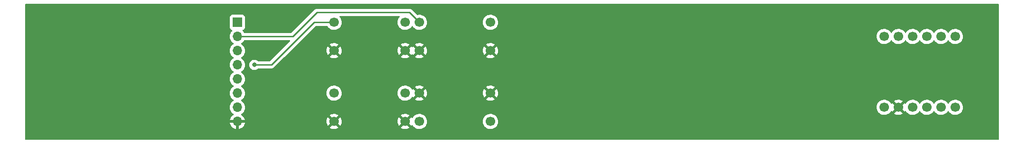
<source format=gbr>
%TF.GenerationSoftware,KiCad,Pcbnew,(6.0.9)*%
%TF.CreationDate,2023-11-02T17:09:57-06:00*%
%TF.ProjectId,MagicWand_Motherboard,4d616769-6357-4616-9e64-5f4d6f746865,rev?*%
%TF.SameCoordinates,Original*%
%TF.FileFunction,Copper,L2,Bot*%
%TF.FilePolarity,Positive*%
%FSLAX46Y46*%
G04 Gerber Fmt 4.6, Leading zero omitted, Abs format (unit mm)*
G04 Created by KiCad (PCBNEW (6.0.9)) date 2023-11-02 17:09:57*
%MOMM*%
%LPD*%
G01*
G04 APERTURE LIST*
%TA.AperFunction,ComponentPad*%
%ADD10C,1.700000*%
%TD*%
%TA.AperFunction,ComponentPad*%
%ADD11R,1.700000X1.700000*%
%TD*%
%TA.AperFunction,ComponentPad*%
%ADD12O,1.700000X1.700000*%
%TD*%
%TA.AperFunction,ViaPad*%
%ADD13C,0.800000*%
%TD*%
%TA.AperFunction,Conductor*%
%ADD14C,0.250000*%
%TD*%
G04 APERTURE END LIST*
D10*
%TO.P,SW2,1,1*%
%TO.N,Net-(J1-Pad3)*%
X139954000Y-96012000D03*
X152654000Y-96012000D03*
%TO.P,SW2,2,2*%
%TO.N,GND*%
X139954000Y-90932000D03*
X152654000Y-90932000D03*
%TD*%
%TO.P,SW3,1,1*%
%TO.N,Net-(J1-Pad4)*%
X137414000Y-78232000D03*
X124714000Y-78232000D03*
%TO.P,SW3,2,2*%
%TO.N,GND*%
X124714000Y-83312000D03*
X137414000Y-83312000D03*
%TD*%
%TO.P,SW1,1,1*%
%TO.N,Net-(J1-Pad2)*%
X139954000Y-78232000D03*
X152654000Y-78232000D03*
%TO.P,SW1,2,2*%
%TO.N,GND*%
X139954000Y-83312000D03*
X152654000Y-83312000D03*
%TD*%
%TO.P,SW4,1,1*%
%TO.N,Net-(J1-Pad5)*%
X124714000Y-90932000D03*
X137414000Y-90932000D03*
%TO.P,SW4,2,2*%
%TO.N,GND*%
X137414000Y-96012000D03*
X124714000Y-96012000D03*
%TD*%
%TO.P,U1,1,D0*%
%TO.N,unconnected-(U1-Pad1)*%
X235712000Y-93472000D03*
%TO.P,U1,2,VCC*%
%TO.N,VCC*%
X233172000Y-93472000D03*
%TO.P,U1,3,RX*%
%TO.N,Net-(J1-Pad6)*%
X230632000Y-93472000D03*
%TO.P,U1,4,TX*%
%TO.N,Net-(J1-Pad7)*%
X228092000Y-93472000D03*
%TO.P,U1,5,GND*%
%TO.N,GND*%
X225552000Y-93472000D03*
%TO.P,U1,6,D1*%
%TO.N,unconnected-(U1-Pad6)*%
X223012000Y-93472000D03*
%TO.P,U1,7,D3*%
%TO.N,unconnected-(U1-Pad7)*%
X223012000Y-80772000D03*
%TO.P,U1,8,GND*%
%TO.N,unconnected-(U1-Pad8)*%
X225552000Y-80772000D03*
%TO.P,U1,9,SDA*%
%TO.N,unconnected-(U1-Pad9)*%
X228092000Y-80772000D03*
%TO.P,U1,10,SCL*%
%TO.N,unconnected-(U1-Pad10)*%
X230632000Y-80772000D03*
%TO.P,U1,11,VCC*%
%TO.N,unconnected-(U1-Pad11)*%
X233172000Y-80772000D03*
%TO.P,U1,12,D2*%
%TO.N,unconnected-(U1-Pad12)*%
X235712000Y-80772000D03*
%TD*%
D11*
%TO.P,J1,1,Pin_1*%
%TO.N,VCC*%
X107442000Y-78247000D03*
D12*
%TO.P,J1,2,Pin_2*%
%TO.N,Net-(J1-Pad2)*%
X107442000Y-80787000D03*
%TO.P,J1,3,Pin_3*%
%TO.N,Net-(J1-Pad3)*%
X107442000Y-83327000D03*
%TO.P,J1,4,Pin_4*%
%TO.N,Net-(J1-Pad4)*%
X107442000Y-85867000D03*
%TO.P,J1,5,Pin_5*%
%TO.N,Net-(J1-Pad5)*%
X107442000Y-88407000D03*
%TO.P,J1,6,Pin_6*%
%TO.N,Net-(J1-Pad6)*%
X107442000Y-90947000D03*
%TO.P,J1,7,Pin_7*%
%TO.N,Net-(J1-Pad7)*%
X107442000Y-93487000D03*
%TO.P,J1,8,Pin_8*%
%TO.N,GND*%
X107442000Y-96027000D03*
%TD*%
D13*
%TO.N,Net-(J1-Pad4)*%
X110475000Y-85867000D03*
%TO.N,GND*%
X110236000Y-96012000D03*
X146558000Y-83312000D03*
X131064000Y-83312000D03*
X131064000Y-96012000D03*
X146558000Y-90932000D03*
%TD*%
D14*
%TO.N,Net-(J1-Pad4)*%
X110475000Y-85867000D02*
X113523000Y-85867000D01*
X113523000Y-85867000D02*
X121158000Y-78232000D01*
X121158000Y-78232000D02*
X124714000Y-78232000D01*
%TO.N,Net-(J1-Pad2)*%
X107442000Y-80787000D02*
X117333000Y-80787000D01*
X117333000Y-80787000D02*
X121666000Y-76454000D01*
X121666000Y-76454000D02*
X138176000Y-76454000D01*
X138176000Y-76454000D02*
X139954000Y-78232000D01*
%TD*%
%TA.AperFunction,Conductor*%
%TO.N,GND*%
G36*
X243433621Y-74950502D02*
G01*
X243480114Y-75004158D01*
X243491500Y-75056500D01*
X243491500Y-99187500D01*
X243471498Y-99255621D01*
X243417842Y-99302114D01*
X243365500Y-99313500D01*
X69634500Y-99313500D01*
X69566379Y-99293498D01*
X69519886Y-99239842D01*
X69508500Y-99187500D01*
X69508500Y-96294966D01*
X106110257Y-96294966D01*
X106140565Y-96429446D01*
X106143645Y-96439275D01*
X106223770Y-96636603D01*
X106228413Y-96645794D01*
X106339694Y-96827388D01*
X106345777Y-96835699D01*
X106485213Y-96996667D01*
X106492580Y-97003883D01*
X106656434Y-97139916D01*
X106664881Y-97145831D01*
X106848756Y-97253279D01*
X106858042Y-97257729D01*
X107057001Y-97333703D01*
X107066899Y-97336579D01*
X107170250Y-97357606D01*
X107184299Y-97356410D01*
X107188000Y-97346065D01*
X107188000Y-97345517D01*
X107696000Y-97345517D01*
X107700064Y-97359359D01*
X107713478Y-97361393D01*
X107720184Y-97360534D01*
X107730262Y-97358392D01*
X107934255Y-97297191D01*
X107943842Y-97293433D01*
X108135095Y-97199739D01*
X108143945Y-97194464D01*
X108224713Y-97136853D01*
X123953977Y-97136853D01*
X123959258Y-97143907D01*
X124120756Y-97238279D01*
X124130042Y-97242729D01*
X124329001Y-97318703D01*
X124338899Y-97321579D01*
X124547595Y-97364038D01*
X124557823Y-97365257D01*
X124770650Y-97373062D01*
X124780936Y-97372595D01*
X124992185Y-97345534D01*
X125002262Y-97343392D01*
X125206255Y-97282191D01*
X125215842Y-97278433D01*
X125407098Y-97184738D01*
X125415944Y-97179465D01*
X125463247Y-97145723D01*
X125470211Y-97136853D01*
X136653977Y-97136853D01*
X136659258Y-97143907D01*
X136820756Y-97238279D01*
X136830042Y-97242729D01*
X137029001Y-97318703D01*
X137038899Y-97321579D01*
X137247595Y-97364038D01*
X137257823Y-97365257D01*
X137470650Y-97373062D01*
X137480936Y-97372595D01*
X137692185Y-97345534D01*
X137702262Y-97343392D01*
X137906255Y-97282191D01*
X137915842Y-97278433D01*
X138107098Y-97184738D01*
X138115944Y-97179465D01*
X138163247Y-97145723D01*
X138171648Y-97135023D01*
X138164660Y-97121870D01*
X137426812Y-96384022D01*
X137412868Y-96376408D01*
X137411035Y-96376539D01*
X137404420Y-96380790D01*
X136660737Y-97124473D01*
X136653977Y-97136853D01*
X125470211Y-97136853D01*
X125471648Y-97135023D01*
X125464660Y-97121870D01*
X124726812Y-96384022D01*
X124712868Y-96376408D01*
X124711035Y-96376539D01*
X124704420Y-96380790D01*
X123960737Y-97124473D01*
X123953977Y-97136853D01*
X108224713Y-97136853D01*
X108317328Y-97070792D01*
X108325200Y-97064139D01*
X108476052Y-96913812D01*
X108482730Y-96905965D01*
X108607003Y-96733020D01*
X108612313Y-96724183D01*
X108706670Y-96533267D01*
X108710469Y-96523672D01*
X108772377Y-96319910D01*
X108774555Y-96309837D01*
X108775986Y-96298962D01*
X108773775Y-96284778D01*
X108760617Y-96281000D01*
X107714115Y-96281000D01*
X107698876Y-96285475D01*
X107697671Y-96286865D01*
X107696000Y-96294548D01*
X107696000Y-97345517D01*
X107188000Y-97345517D01*
X107188000Y-96299115D01*
X107183525Y-96283876D01*
X107182135Y-96282671D01*
X107174452Y-96281000D01*
X106125225Y-96281000D01*
X106111694Y-96284973D01*
X106110257Y-96294966D01*
X69508500Y-96294966D01*
X69508500Y-95983863D01*
X123352050Y-95983863D01*
X123364309Y-96196477D01*
X123365745Y-96206697D01*
X123412565Y-96414446D01*
X123415645Y-96424275D01*
X123495770Y-96621603D01*
X123500413Y-96630794D01*
X123580460Y-96761420D01*
X123590916Y-96770880D01*
X123599694Y-96767096D01*
X124341978Y-96024812D01*
X124348356Y-96013132D01*
X125078408Y-96013132D01*
X125078539Y-96014965D01*
X125082790Y-96021580D01*
X125824474Y-96763264D01*
X125836484Y-96769823D01*
X125848223Y-96760855D01*
X125879004Y-96718019D01*
X125884315Y-96709180D01*
X125978670Y-96518267D01*
X125982469Y-96508672D01*
X126044376Y-96304915D01*
X126046555Y-96294834D01*
X126074590Y-96081887D01*
X126075109Y-96075212D01*
X126076572Y-96015364D01*
X126076378Y-96008646D01*
X126074341Y-95983863D01*
X136052050Y-95983863D01*
X136064309Y-96196477D01*
X136065745Y-96206697D01*
X136112565Y-96414446D01*
X136115645Y-96424275D01*
X136195770Y-96621603D01*
X136200413Y-96630794D01*
X136280460Y-96761420D01*
X136290916Y-96770880D01*
X136299694Y-96767096D01*
X137041978Y-96024812D01*
X137048356Y-96013132D01*
X137778408Y-96013132D01*
X137778539Y-96014965D01*
X137782790Y-96021580D01*
X138524474Y-96763264D01*
X138536484Y-96769823D01*
X138548223Y-96760855D01*
X138582022Y-96713819D01*
X138583277Y-96714721D01*
X138630391Y-96671355D01*
X138700330Y-96659148D01*
X138765767Y-96686691D01*
X138793580Y-96718513D01*
X138851287Y-96812683D01*
X138851291Y-96812688D01*
X138853987Y-96817088D01*
X139000250Y-96985938D01*
X139172126Y-97128632D01*
X139365000Y-97241338D01*
X139369825Y-97243180D01*
X139369826Y-97243181D01*
X139442612Y-97270975D01*
X139573692Y-97321030D01*
X139578760Y-97322061D01*
X139578763Y-97322062D01*
X139635981Y-97333703D01*
X139792597Y-97365567D01*
X139797772Y-97365757D01*
X139797774Y-97365757D01*
X140010673Y-97373564D01*
X140010677Y-97373564D01*
X140015837Y-97373753D01*
X140020957Y-97373097D01*
X140020959Y-97373097D01*
X140232288Y-97346025D01*
X140232289Y-97346025D01*
X140237416Y-97345368D01*
X140242366Y-97343883D01*
X140446429Y-97282661D01*
X140446434Y-97282659D01*
X140451384Y-97281174D01*
X140651994Y-97182896D01*
X140833860Y-97053173D01*
X140992096Y-96895489D01*
X141051594Y-96812689D01*
X141119435Y-96718277D01*
X141122453Y-96714077D01*
X141124874Y-96709180D01*
X141219136Y-96518453D01*
X141219137Y-96518451D01*
X141221430Y-96513811D01*
X141286370Y-96300069D01*
X141315529Y-96078590D01*
X141317156Y-96012000D01*
X141314418Y-95978695D01*
X151291251Y-95978695D01*
X151291548Y-95983848D01*
X151291548Y-95983851D01*
X151297011Y-96078590D01*
X151304110Y-96201715D01*
X151305247Y-96206761D01*
X151305248Y-96206767D01*
X151325119Y-96294939D01*
X151353222Y-96419639D01*
X151437266Y-96626616D01*
X151439965Y-96631020D01*
X151551288Y-96812683D01*
X151553987Y-96817088D01*
X151700250Y-96985938D01*
X151872126Y-97128632D01*
X152065000Y-97241338D01*
X152069825Y-97243180D01*
X152069826Y-97243181D01*
X152142612Y-97270975D01*
X152273692Y-97321030D01*
X152278760Y-97322061D01*
X152278763Y-97322062D01*
X152335981Y-97333703D01*
X152492597Y-97365567D01*
X152497772Y-97365757D01*
X152497774Y-97365757D01*
X152710673Y-97373564D01*
X152710677Y-97373564D01*
X152715837Y-97373753D01*
X152720957Y-97373097D01*
X152720959Y-97373097D01*
X152932288Y-97346025D01*
X152932289Y-97346025D01*
X152937416Y-97345368D01*
X152942366Y-97343883D01*
X153146429Y-97282661D01*
X153146434Y-97282659D01*
X153151384Y-97281174D01*
X153351994Y-97182896D01*
X153533860Y-97053173D01*
X153692096Y-96895489D01*
X153751594Y-96812689D01*
X153819435Y-96718277D01*
X153822453Y-96714077D01*
X153824874Y-96709180D01*
X153919136Y-96518453D01*
X153919137Y-96518451D01*
X153921430Y-96513811D01*
X153986370Y-96300069D01*
X154015529Y-96078590D01*
X154017156Y-96012000D01*
X153998852Y-95789361D01*
X153944431Y-95572702D01*
X153855354Y-95367840D01*
X153734014Y-95180277D01*
X153583670Y-95015051D01*
X153579619Y-95011852D01*
X153579615Y-95011848D01*
X153412414Y-94879800D01*
X153412410Y-94879798D01*
X153408359Y-94876598D01*
X153399208Y-94871546D01*
X153315916Y-94825567D01*
X153212789Y-94768638D01*
X153207920Y-94766914D01*
X153207916Y-94766912D01*
X153007087Y-94695795D01*
X153007083Y-94695794D01*
X153002212Y-94694069D01*
X152997119Y-94693162D01*
X152997116Y-94693161D01*
X152787373Y-94655800D01*
X152787367Y-94655799D01*
X152782284Y-94654894D01*
X152708452Y-94653992D01*
X152564081Y-94652228D01*
X152564079Y-94652228D01*
X152558911Y-94652165D01*
X152338091Y-94685955D01*
X152125756Y-94755357D01*
X152080909Y-94778703D01*
X151991480Y-94825257D01*
X151927607Y-94858507D01*
X151923474Y-94861610D01*
X151923471Y-94861612D01*
X151753100Y-94989530D01*
X151748965Y-94992635D01*
X151594629Y-95154138D01*
X151591715Y-95158410D01*
X151591714Y-95158411D01*
X151526511Y-95253995D01*
X151468743Y-95338680D01*
X151374688Y-95541305D01*
X151314989Y-95756570D01*
X151291251Y-95978695D01*
X141314418Y-95978695D01*
X141298852Y-95789361D01*
X141244431Y-95572702D01*
X141155354Y-95367840D01*
X141034014Y-95180277D01*
X140883670Y-95015051D01*
X140879619Y-95011852D01*
X140879615Y-95011848D01*
X140712414Y-94879800D01*
X140712410Y-94879798D01*
X140708359Y-94876598D01*
X140699208Y-94871546D01*
X140615916Y-94825567D01*
X140512789Y-94768638D01*
X140507920Y-94766914D01*
X140507916Y-94766912D01*
X140307087Y-94695795D01*
X140307083Y-94695794D01*
X140302212Y-94694069D01*
X140297119Y-94693162D01*
X140297116Y-94693161D01*
X140087373Y-94655800D01*
X140087367Y-94655799D01*
X140082284Y-94654894D01*
X140008452Y-94653992D01*
X139864081Y-94652228D01*
X139864079Y-94652228D01*
X139858911Y-94652165D01*
X139638091Y-94685955D01*
X139425756Y-94755357D01*
X139380909Y-94778703D01*
X139291480Y-94825257D01*
X139227607Y-94858507D01*
X139223474Y-94861610D01*
X139223471Y-94861612D01*
X139053100Y-94989530D01*
X139048965Y-94992635D01*
X138894629Y-95154138D01*
X138891715Y-95158410D01*
X138891714Y-95158411D01*
X138840153Y-95233997D01*
X138821693Y-95261059D01*
X138786898Y-95312066D01*
X138731987Y-95357069D01*
X138661462Y-95365240D01*
X138597715Y-95333986D01*
X138577017Y-95309501D01*
X138547062Y-95263197D01*
X138536377Y-95253995D01*
X138526812Y-95258398D01*
X137786022Y-95999188D01*
X137778408Y-96013132D01*
X137048356Y-96013132D01*
X137049592Y-96010868D01*
X137049461Y-96009035D01*
X137045210Y-96002420D01*
X136303849Y-95261059D01*
X136292313Y-95254759D01*
X136280031Y-95264382D01*
X136232089Y-95334662D01*
X136227004Y-95343613D01*
X136137338Y-95536783D01*
X136133775Y-95546470D01*
X136076864Y-95751681D01*
X136074933Y-95761800D01*
X136052302Y-95973574D01*
X136052050Y-95983863D01*
X126074341Y-95983863D01*
X126058781Y-95794604D01*
X126057096Y-95784424D01*
X126005214Y-95577875D01*
X126001894Y-95568124D01*
X125916972Y-95372814D01*
X125912105Y-95363739D01*
X125847063Y-95263197D01*
X125836377Y-95253995D01*
X125826812Y-95258398D01*
X125086022Y-95999188D01*
X125078408Y-96013132D01*
X124348356Y-96013132D01*
X124349592Y-96010868D01*
X124349461Y-96009035D01*
X124345210Y-96002420D01*
X123603849Y-95261059D01*
X123592313Y-95254759D01*
X123580031Y-95264382D01*
X123532089Y-95334662D01*
X123527004Y-95343613D01*
X123437338Y-95536783D01*
X123433775Y-95546470D01*
X123376864Y-95751681D01*
X123374933Y-95761800D01*
X123352302Y-95973574D01*
X123352050Y-95983863D01*
X69508500Y-95983863D01*
X69508500Y-93453695D01*
X106079251Y-93453695D01*
X106079548Y-93458848D01*
X106079548Y-93458851D01*
X106085011Y-93553590D01*
X106092110Y-93676715D01*
X106093247Y-93681761D01*
X106093248Y-93681767D01*
X106109739Y-93754939D01*
X106141222Y-93894639D01*
X106225266Y-94101616D01*
X106227965Y-94106020D01*
X106330099Y-94272688D01*
X106341987Y-94292088D01*
X106488250Y-94460938D01*
X106660126Y-94603632D01*
X106721447Y-94639465D01*
X106733955Y-94646774D01*
X106782679Y-94698412D01*
X106795750Y-94768195D01*
X106769019Y-94833967D01*
X106728562Y-94867327D01*
X106720457Y-94871546D01*
X106711738Y-94877036D01*
X106541433Y-95004905D01*
X106533726Y-95011748D01*
X106386590Y-95165717D01*
X106380104Y-95173727D01*
X106260098Y-95349649D01*
X106255000Y-95358623D01*
X106165338Y-95551783D01*
X106161775Y-95561470D01*
X106106389Y-95761183D01*
X106107912Y-95769607D01*
X106120292Y-95773000D01*
X108760344Y-95773000D01*
X108773875Y-95769027D01*
X108775180Y-95759947D01*
X108733214Y-95592875D01*
X108729894Y-95583124D01*
X108644972Y-95387814D01*
X108640105Y-95378739D01*
X108524426Y-95199926D01*
X108518136Y-95191757D01*
X108374806Y-95034240D01*
X108367273Y-95027215D01*
X108200139Y-94895222D01*
X108191556Y-94889520D01*
X108189576Y-94888427D01*
X123955223Y-94888427D01*
X123961968Y-94900758D01*
X124701188Y-95639978D01*
X124715132Y-95647592D01*
X124716965Y-95647461D01*
X124723580Y-95643210D01*
X125467389Y-94899401D01*
X125473382Y-94888427D01*
X136655223Y-94888427D01*
X136661968Y-94900758D01*
X137401188Y-95639978D01*
X137415132Y-95647592D01*
X137416965Y-95647461D01*
X137423580Y-95643210D01*
X138167389Y-94899401D01*
X138174410Y-94886544D01*
X138167611Y-94877213D01*
X138163554Y-94874518D01*
X137977117Y-94771599D01*
X137967705Y-94767369D01*
X137766959Y-94696280D01*
X137756989Y-94693646D01*
X137547327Y-94656301D01*
X137537073Y-94655331D01*
X137324116Y-94652728D01*
X137313832Y-94653448D01*
X137103321Y-94685661D01*
X137093293Y-94688050D01*
X136890868Y-94754212D01*
X136881359Y-94758209D01*
X136692466Y-94856540D01*
X136683734Y-94862039D01*
X136663677Y-94877099D01*
X136655223Y-94888427D01*
X125473382Y-94888427D01*
X125474410Y-94886544D01*
X125467611Y-94877213D01*
X125463554Y-94874518D01*
X125277117Y-94771599D01*
X125267705Y-94767369D01*
X125066959Y-94696280D01*
X125056989Y-94693646D01*
X124847327Y-94656301D01*
X124837073Y-94655331D01*
X124624116Y-94652728D01*
X124613832Y-94653448D01*
X124403321Y-94685661D01*
X124393293Y-94688050D01*
X124190868Y-94754212D01*
X124181359Y-94758209D01*
X123992466Y-94856540D01*
X123983734Y-94862039D01*
X123963677Y-94877099D01*
X123955223Y-94888427D01*
X108189576Y-94888427D01*
X108154602Y-94869120D01*
X108104631Y-94818687D01*
X108089859Y-94749245D01*
X108114975Y-94682839D01*
X108142327Y-94656232D01*
X108165833Y-94639465D01*
X108321860Y-94528173D01*
X108480096Y-94370489D01*
X108493891Y-94351292D01*
X108607435Y-94193277D01*
X108610453Y-94189077D01*
X108615437Y-94178994D01*
X108707136Y-93993453D01*
X108707137Y-93993451D01*
X108709430Y-93988811D01*
X108774370Y-93775069D01*
X108803529Y-93553590D01*
X108803611Y-93550240D01*
X108805074Y-93490365D01*
X108805074Y-93490361D01*
X108805156Y-93487000D01*
X108801185Y-93438695D01*
X221649251Y-93438695D01*
X221649548Y-93443848D01*
X221649548Y-93443851D01*
X221655876Y-93553590D01*
X221662110Y-93661715D01*
X221663247Y-93666761D01*
X221663248Y-93666767D01*
X221665490Y-93676715D01*
X221711222Y-93879639D01*
X221795266Y-94086616D01*
X221846019Y-94169438D01*
X221909291Y-94272688D01*
X221911987Y-94277088D01*
X222058250Y-94445938D01*
X222230126Y-94588632D01*
X222423000Y-94701338D01*
X222631692Y-94781030D01*
X222636760Y-94782061D01*
X222636763Y-94782062D01*
X222741604Y-94803392D01*
X222850597Y-94825567D01*
X222855772Y-94825757D01*
X222855774Y-94825757D01*
X223068673Y-94833564D01*
X223068677Y-94833564D01*
X223073837Y-94833753D01*
X223078957Y-94833097D01*
X223078959Y-94833097D01*
X223290288Y-94806025D01*
X223290289Y-94806025D01*
X223295416Y-94805368D01*
X223300366Y-94803883D01*
X223504429Y-94742661D01*
X223504434Y-94742659D01*
X223509384Y-94741174D01*
X223709994Y-94642896D01*
X223774544Y-94596853D01*
X224791977Y-94596853D01*
X224797258Y-94603907D01*
X224958756Y-94698279D01*
X224968042Y-94702729D01*
X225167001Y-94778703D01*
X225176899Y-94781579D01*
X225385595Y-94824038D01*
X225395823Y-94825257D01*
X225608650Y-94833062D01*
X225618936Y-94832595D01*
X225830185Y-94805534D01*
X225840262Y-94803392D01*
X226044255Y-94742191D01*
X226053842Y-94738433D01*
X226245098Y-94644738D01*
X226253944Y-94639465D01*
X226301247Y-94605723D01*
X226309648Y-94595023D01*
X226302660Y-94581870D01*
X225564812Y-93844022D01*
X225550868Y-93836408D01*
X225549035Y-93836539D01*
X225542420Y-93840790D01*
X224798737Y-94584473D01*
X224791977Y-94596853D01*
X223774544Y-94596853D01*
X223891860Y-94513173D01*
X224050096Y-94355489D01*
X224109594Y-94272689D01*
X224180453Y-94174077D01*
X224181640Y-94174930D01*
X224228960Y-94131362D01*
X224298897Y-94119145D01*
X224364338Y-94146678D01*
X224392166Y-94178512D01*
X224418459Y-94221419D01*
X224428916Y-94230880D01*
X224437694Y-94227096D01*
X225179978Y-93484812D01*
X225186356Y-93473132D01*
X225916408Y-93473132D01*
X225916539Y-93474965D01*
X225920790Y-93481580D01*
X226662474Y-94223264D01*
X226674484Y-94229823D01*
X226686223Y-94220855D01*
X226720022Y-94173819D01*
X226721277Y-94174721D01*
X226768391Y-94131355D01*
X226838330Y-94119148D01*
X226903767Y-94146691D01*
X226931580Y-94178513D01*
X226989287Y-94272683D01*
X226989291Y-94272688D01*
X226991987Y-94277088D01*
X227138250Y-94445938D01*
X227310126Y-94588632D01*
X227503000Y-94701338D01*
X227711692Y-94781030D01*
X227716760Y-94782061D01*
X227716763Y-94782062D01*
X227821604Y-94803392D01*
X227930597Y-94825567D01*
X227935772Y-94825757D01*
X227935774Y-94825757D01*
X228148673Y-94833564D01*
X228148677Y-94833564D01*
X228153837Y-94833753D01*
X228158957Y-94833097D01*
X228158959Y-94833097D01*
X228370288Y-94806025D01*
X228370289Y-94806025D01*
X228375416Y-94805368D01*
X228380366Y-94803883D01*
X228584429Y-94742661D01*
X228584434Y-94742659D01*
X228589384Y-94741174D01*
X228789994Y-94642896D01*
X228971860Y-94513173D01*
X229130096Y-94355489D01*
X229189594Y-94272689D01*
X229260453Y-94174077D01*
X229261776Y-94175028D01*
X229308645Y-94131857D01*
X229378580Y-94119625D01*
X229444026Y-94147144D01*
X229471875Y-94178994D01*
X229531987Y-94277088D01*
X229678250Y-94445938D01*
X229850126Y-94588632D01*
X230043000Y-94701338D01*
X230251692Y-94781030D01*
X230256760Y-94782061D01*
X230256763Y-94782062D01*
X230361604Y-94803392D01*
X230470597Y-94825567D01*
X230475772Y-94825757D01*
X230475774Y-94825757D01*
X230688673Y-94833564D01*
X230688677Y-94833564D01*
X230693837Y-94833753D01*
X230698957Y-94833097D01*
X230698959Y-94833097D01*
X230910288Y-94806025D01*
X230910289Y-94806025D01*
X230915416Y-94805368D01*
X230920366Y-94803883D01*
X231124429Y-94742661D01*
X231124434Y-94742659D01*
X231129384Y-94741174D01*
X231329994Y-94642896D01*
X231511860Y-94513173D01*
X231670096Y-94355489D01*
X231729594Y-94272689D01*
X231800453Y-94174077D01*
X231801776Y-94175028D01*
X231848645Y-94131857D01*
X231918580Y-94119625D01*
X231984026Y-94147144D01*
X232011875Y-94178994D01*
X232071987Y-94277088D01*
X232218250Y-94445938D01*
X232390126Y-94588632D01*
X232583000Y-94701338D01*
X232791692Y-94781030D01*
X232796760Y-94782061D01*
X232796763Y-94782062D01*
X232901604Y-94803392D01*
X233010597Y-94825567D01*
X233015772Y-94825757D01*
X233015774Y-94825757D01*
X233228673Y-94833564D01*
X233228677Y-94833564D01*
X233233837Y-94833753D01*
X233238957Y-94833097D01*
X233238959Y-94833097D01*
X233450288Y-94806025D01*
X233450289Y-94806025D01*
X233455416Y-94805368D01*
X233460366Y-94803883D01*
X233664429Y-94742661D01*
X233664434Y-94742659D01*
X233669384Y-94741174D01*
X233869994Y-94642896D01*
X234051860Y-94513173D01*
X234210096Y-94355489D01*
X234269594Y-94272689D01*
X234340453Y-94174077D01*
X234341776Y-94175028D01*
X234388645Y-94131857D01*
X234458580Y-94119625D01*
X234524026Y-94147144D01*
X234551875Y-94178994D01*
X234611987Y-94277088D01*
X234758250Y-94445938D01*
X234930126Y-94588632D01*
X235123000Y-94701338D01*
X235331692Y-94781030D01*
X235336760Y-94782061D01*
X235336763Y-94782062D01*
X235441604Y-94803392D01*
X235550597Y-94825567D01*
X235555772Y-94825757D01*
X235555774Y-94825757D01*
X235768673Y-94833564D01*
X235768677Y-94833564D01*
X235773837Y-94833753D01*
X235778957Y-94833097D01*
X235778959Y-94833097D01*
X235990288Y-94806025D01*
X235990289Y-94806025D01*
X235995416Y-94805368D01*
X236000366Y-94803883D01*
X236204429Y-94742661D01*
X236204434Y-94742659D01*
X236209384Y-94741174D01*
X236409994Y-94642896D01*
X236591860Y-94513173D01*
X236750096Y-94355489D01*
X236809594Y-94272689D01*
X236877435Y-94178277D01*
X236880453Y-94174077D01*
X236893995Y-94146678D01*
X236977136Y-93978453D01*
X236977137Y-93978451D01*
X236979430Y-93973811D01*
X237021176Y-93836408D01*
X237042865Y-93765023D01*
X237042865Y-93765021D01*
X237044370Y-93760069D01*
X237073529Y-93538590D01*
X237074843Y-93484812D01*
X237075074Y-93475365D01*
X237075074Y-93475361D01*
X237075156Y-93472000D01*
X237056852Y-93249361D01*
X237002431Y-93032702D01*
X236913354Y-92827840D01*
X236792014Y-92640277D01*
X236641670Y-92475051D01*
X236637619Y-92471852D01*
X236637615Y-92471848D01*
X236470414Y-92339800D01*
X236470410Y-92339798D01*
X236466359Y-92336598D01*
X236452228Y-92328797D01*
X236373916Y-92285567D01*
X236270789Y-92228638D01*
X236265920Y-92226914D01*
X236265916Y-92226912D01*
X236065087Y-92155795D01*
X236065083Y-92155794D01*
X236060212Y-92154069D01*
X236055119Y-92153162D01*
X236055116Y-92153161D01*
X235845373Y-92115800D01*
X235845367Y-92115799D01*
X235840284Y-92114894D01*
X235766452Y-92113992D01*
X235622081Y-92112228D01*
X235622079Y-92112228D01*
X235616911Y-92112165D01*
X235396091Y-92145955D01*
X235183756Y-92215357D01*
X235138909Y-92238703D01*
X235049480Y-92285257D01*
X234985607Y-92318507D01*
X234981474Y-92321610D01*
X234981471Y-92321612D01*
X234811100Y-92449530D01*
X234806965Y-92452635D01*
X234652629Y-92614138D01*
X234545201Y-92771621D01*
X234490293Y-92816621D01*
X234419768Y-92824792D01*
X234356021Y-92793538D01*
X234335324Y-92769054D01*
X234254822Y-92644617D01*
X234254820Y-92644614D01*
X234252014Y-92640277D01*
X234101670Y-92475051D01*
X234097619Y-92471852D01*
X234097615Y-92471848D01*
X233930414Y-92339800D01*
X233930410Y-92339798D01*
X233926359Y-92336598D01*
X233912228Y-92328797D01*
X233833916Y-92285567D01*
X233730789Y-92228638D01*
X233725920Y-92226914D01*
X233725916Y-92226912D01*
X233525087Y-92155795D01*
X233525083Y-92155794D01*
X233520212Y-92154069D01*
X233515119Y-92153162D01*
X233515116Y-92153161D01*
X233305373Y-92115800D01*
X233305367Y-92115799D01*
X233300284Y-92114894D01*
X233226452Y-92113992D01*
X233082081Y-92112228D01*
X233082079Y-92112228D01*
X233076911Y-92112165D01*
X232856091Y-92145955D01*
X232643756Y-92215357D01*
X232598909Y-92238703D01*
X232509480Y-92285257D01*
X232445607Y-92318507D01*
X232441474Y-92321610D01*
X232441471Y-92321612D01*
X232271100Y-92449530D01*
X232266965Y-92452635D01*
X232112629Y-92614138D01*
X232005201Y-92771621D01*
X231950293Y-92816621D01*
X231879768Y-92824792D01*
X231816021Y-92793538D01*
X231795324Y-92769054D01*
X231714822Y-92644617D01*
X231714820Y-92644614D01*
X231712014Y-92640277D01*
X231561670Y-92475051D01*
X231557619Y-92471852D01*
X231557615Y-92471848D01*
X231390414Y-92339800D01*
X231390410Y-92339798D01*
X231386359Y-92336598D01*
X231372228Y-92328797D01*
X231293916Y-92285567D01*
X231190789Y-92228638D01*
X231185920Y-92226914D01*
X231185916Y-92226912D01*
X230985087Y-92155795D01*
X230985083Y-92155794D01*
X230980212Y-92154069D01*
X230975119Y-92153162D01*
X230975116Y-92153161D01*
X230765373Y-92115800D01*
X230765367Y-92115799D01*
X230760284Y-92114894D01*
X230686452Y-92113992D01*
X230542081Y-92112228D01*
X230542079Y-92112228D01*
X230536911Y-92112165D01*
X230316091Y-92145955D01*
X230103756Y-92215357D01*
X230058909Y-92238703D01*
X229969480Y-92285257D01*
X229905607Y-92318507D01*
X229901474Y-92321610D01*
X229901471Y-92321612D01*
X229731100Y-92449530D01*
X229726965Y-92452635D01*
X229572629Y-92614138D01*
X229465201Y-92771621D01*
X229410293Y-92816621D01*
X229339768Y-92824792D01*
X229276021Y-92793538D01*
X229255324Y-92769054D01*
X229174822Y-92644617D01*
X229174820Y-92644614D01*
X229172014Y-92640277D01*
X229021670Y-92475051D01*
X229017619Y-92471852D01*
X229017615Y-92471848D01*
X228850414Y-92339800D01*
X228850410Y-92339798D01*
X228846359Y-92336598D01*
X228832228Y-92328797D01*
X228753916Y-92285567D01*
X228650789Y-92228638D01*
X228645920Y-92226914D01*
X228645916Y-92226912D01*
X228445087Y-92155795D01*
X228445083Y-92155794D01*
X228440212Y-92154069D01*
X228435119Y-92153162D01*
X228435116Y-92153161D01*
X228225373Y-92115800D01*
X228225367Y-92115799D01*
X228220284Y-92114894D01*
X228146452Y-92113992D01*
X228002081Y-92112228D01*
X228002079Y-92112228D01*
X227996911Y-92112165D01*
X227776091Y-92145955D01*
X227563756Y-92215357D01*
X227518909Y-92238703D01*
X227429480Y-92285257D01*
X227365607Y-92318507D01*
X227361474Y-92321610D01*
X227361471Y-92321612D01*
X227191100Y-92449530D01*
X227186965Y-92452635D01*
X227032629Y-92614138D01*
X226925204Y-92771618D01*
X226924898Y-92772066D01*
X226869987Y-92817069D01*
X226799462Y-92825240D01*
X226735715Y-92793986D01*
X226715017Y-92769501D01*
X226685062Y-92723197D01*
X226674377Y-92713995D01*
X226664812Y-92718398D01*
X225924022Y-93459188D01*
X225916408Y-93473132D01*
X225186356Y-93473132D01*
X225187592Y-93470868D01*
X225187461Y-93469035D01*
X225183210Y-93462420D01*
X224441849Y-92721059D01*
X224430313Y-92714759D01*
X224418031Y-92724382D01*
X224385499Y-92772072D01*
X224330587Y-92817075D01*
X224260063Y-92825246D01*
X224196316Y-92793992D01*
X224175618Y-92769508D01*
X224094822Y-92644617D01*
X224094820Y-92644614D01*
X224092014Y-92640277D01*
X223941670Y-92475051D01*
X223937619Y-92471852D01*
X223937615Y-92471848D01*
X223781338Y-92348427D01*
X224793223Y-92348427D01*
X224799968Y-92360758D01*
X225539188Y-93099978D01*
X225553132Y-93107592D01*
X225554965Y-93107461D01*
X225561580Y-93103210D01*
X226305389Y-92359401D01*
X226312410Y-92346544D01*
X226305611Y-92337213D01*
X226301554Y-92334518D01*
X226115117Y-92231599D01*
X226105705Y-92227369D01*
X225904959Y-92156280D01*
X225894989Y-92153646D01*
X225685327Y-92116301D01*
X225675073Y-92115331D01*
X225462116Y-92112728D01*
X225451832Y-92113448D01*
X225241321Y-92145661D01*
X225231293Y-92148050D01*
X225028868Y-92214212D01*
X225019359Y-92218209D01*
X224830466Y-92316540D01*
X224821734Y-92322039D01*
X224801677Y-92337099D01*
X224793223Y-92348427D01*
X223781338Y-92348427D01*
X223770414Y-92339800D01*
X223770410Y-92339798D01*
X223766359Y-92336598D01*
X223752228Y-92328797D01*
X223673916Y-92285567D01*
X223570789Y-92228638D01*
X223565920Y-92226914D01*
X223565916Y-92226912D01*
X223365087Y-92155795D01*
X223365083Y-92155794D01*
X223360212Y-92154069D01*
X223355119Y-92153162D01*
X223355116Y-92153161D01*
X223145373Y-92115800D01*
X223145367Y-92115799D01*
X223140284Y-92114894D01*
X223066452Y-92113992D01*
X222922081Y-92112228D01*
X222922079Y-92112228D01*
X222916911Y-92112165D01*
X222696091Y-92145955D01*
X222483756Y-92215357D01*
X222438909Y-92238703D01*
X222349480Y-92285257D01*
X222285607Y-92318507D01*
X222281474Y-92321610D01*
X222281471Y-92321612D01*
X222111100Y-92449530D01*
X222106965Y-92452635D01*
X221952629Y-92614138D01*
X221826743Y-92798680D01*
X221732688Y-93001305D01*
X221672989Y-93216570D01*
X221649251Y-93438695D01*
X108801185Y-93438695D01*
X108786852Y-93264361D01*
X108732431Y-93047702D01*
X108643354Y-92842840D01*
X108566720Y-92724382D01*
X108524822Y-92659617D01*
X108524820Y-92659614D01*
X108522014Y-92655277D01*
X108371670Y-92490051D01*
X108367619Y-92486852D01*
X108367615Y-92486848D01*
X108200414Y-92354800D01*
X108200410Y-92354798D01*
X108196359Y-92351598D01*
X108155053Y-92328796D01*
X108105084Y-92278364D01*
X108090312Y-92208921D01*
X108115428Y-92142516D01*
X108142780Y-92115909D01*
X108186603Y-92084650D01*
X108321860Y-91988173D01*
X108480096Y-91830489D01*
X108493891Y-91811292D01*
X108607435Y-91653277D01*
X108610453Y-91649077D01*
X108617867Y-91634077D01*
X108707136Y-91453453D01*
X108707137Y-91453451D01*
X108709430Y-91448811D01*
X108774370Y-91235069D01*
X108803529Y-91013590D01*
X108803611Y-91010240D01*
X108805074Y-90950365D01*
X108805074Y-90950361D01*
X108805156Y-90947000D01*
X108801185Y-90898695D01*
X123351251Y-90898695D01*
X123351548Y-90903848D01*
X123351548Y-90903851D01*
X123357876Y-91013590D01*
X123364110Y-91121715D01*
X123365247Y-91126761D01*
X123365248Y-91126767D01*
X123385119Y-91214939D01*
X123413222Y-91339639D01*
X123497266Y-91546616D01*
X123613987Y-91737088D01*
X123760250Y-91905938D01*
X123932126Y-92048632D01*
X124125000Y-92161338D01*
X124333692Y-92241030D01*
X124338760Y-92242061D01*
X124338763Y-92242062D01*
X124443604Y-92263392D01*
X124552597Y-92285567D01*
X124557772Y-92285757D01*
X124557774Y-92285757D01*
X124770673Y-92293564D01*
X124770677Y-92293564D01*
X124775837Y-92293753D01*
X124780957Y-92293097D01*
X124780959Y-92293097D01*
X124992288Y-92266025D01*
X124992289Y-92266025D01*
X124997416Y-92265368D01*
X125002366Y-92263883D01*
X125206429Y-92202661D01*
X125206434Y-92202659D01*
X125211384Y-92201174D01*
X125411994Y-92102896D01*
X125593860Y-91973173D01*
X125752096Y-91815489D01*
X125811594Y-91732689D01*
X125879435Y-91638277D01*
X125882453Y-91634077D01*
X125884874Y-91629180D01*
X125979136Y-91438453D01*
X125979137Y-91438451D01*
X125981430Y-91433811D01*
X126023176Y-91296408D01*
X126044865Y-91225023D01*
X126044865Y-91225021D01*
X126046370Y-91220069D01*
X126075529Y-90998590D01*
X126076843Y-90944812D01*
X126077074Y-90935365D01*
X126077074Y-90935361D01*
X126077156Y-90932000D01*
X126074418Y-90898695D01*
X136051251Y-90898695D01*
X136051548Y-90903848D01*
X136051548Y-90903851D01*
X136057876Y-91013590D01*
X136064110Y-91121715D01*
X136065247Y-91126761D01*
X136065248Y-91126767D01*
X136085119Y-91214939D01*
X136113222Y-91339639D01*
X136197266Y-91546616D01*
X136313987Y-91737088D01*
X136460250Y-91905938D01*
X136632126Y-92048632D01*
X136825000Y-92161338D01*
X137033692Y-92241030D01*
X137038760Y-92242061D01*
X137038763Y-92242062D01*
X137143604Y-92263392D01*
X137252597Y-92285567D01*
X137257772Y-92285757D01*
X137257774Y-92285757D01*
X137470673Y-92293564D01*
X137470677Y-92293564D01*
X137475837Y-92293753D01*
X137480957Y-92293097D01*
X137480959Y-92293097D01*
X137692288Y-92266025D01*
X137692289Y-92266025D01*
X137697416Y-92265368D01*
X137702366Y-92263883D01*
X137906429Y-92202661D01*
X137906434Y-92202659D01*
X137911384Y-92201174D01*
X138111994Y-92102896D01*
X138176544Y-92056853D01*
X139193977Y-92056853D01*
X139199258Y-92063907D01*
X139360756Y-92158279D01*
X139370042Y-92162729D01*
X139569001Y-92238703D01*
X139578899Y-92241579D01*
X139787595Y-92284038D01*
X139797823Y-92285257D01*
X140010650Y-92293062D01*
X140020936Y-92292595D01*
X140232185Y-92265534D01*
X140242262Y-92263392D01*
X140446255Y-92202191D01*
X140455842Y-92198433D01*
X140647098Y-92104738D01*
X140655944Y-92099465D01*
X140703247Y-92065723D01*
X140710211Y-92056853D01*
X151893977Y-92056853D01*
X151899258Y-92063907D01*
X152060756Y-92158279D01*
X152070042Y-92162729D01*
X152269001Y-92238703D01*
X152278899Y-92241579D01*
X152487595Y-92284038D01*
X152497823Y-92285257D01*
X152710650Y-92293062D01*
X152720936Y-92292595D01*
X152932185Y-92265534D01*
X152942262Y-92263392D01*
X153146255Y-92202191D01*
X153155842Y-92198433D01*
X153347098Y-92104738D01*
X153355944Y-92099465D01*
X153403247Y-92065723D01*
X153411648Y-92055023D01*
X153404660Y-92041870D01*
X152666812Y-91304022D01*
X152652868Y-91296408D01*
X152651035Y-91296539D01*
X152644420Y-91300790D01*
X151900737Y-92044473D01*
X151893977Y-92056853D01*
X140710211Y-92056853D01*
X140711648Y-92055023D01*
X140704660Y-92041870D01*
X139966812Y-91304022D01*
X139952868Y-91296408D01*
X139951035Y-91296539D01*
X139944420Y-91300790D01*
X139200737Y-92044473D01*
X139193977Y-92056853D01*
X138176544Y-92056853D01*
X138293860Y-91973173D01*
X138452096Y-91815489D01*
X138511594Y-91732689D01*
X138582453Y-91634077D01*
X138583640Y-91634930D01*
X138630960Y-91591362D01*
X138700897Y-91579145D01*
X138766338Y-91606678D01*
X138794166Y-91638512D01*
X138820459Y-91681419D01*
X138830916Y-91690880D01*
X138839694Y-91687096D01*
X139581978Y-90944812D01*
X139588356Y-90933132D01*
X140318408Y-90933132D01*
X140318539Y-90934965D01*
X140322790Y-90941580D01*
X141064474Y-91683264D01*
X141076484Y-91689823D01*
X141088223Y-91680855D01*
X141119004Y-91638019D01*
X141124315Y-91629180D01*
X141218670Y-91438267D01*
X141222469Y-91428672D01*
X141284376Y-91224915D01*
X141286555Y-91214834D01*
X141314590Y-91001887D01*
X141315109Y-90995212D01*
X141316572Y-90935364D01*
X141316378Y-90928646D01*
X141314341Y-90903863D01*
X151292050Y-90903863D01*
X151304309Y-91116477D01*
X151305745Y-91126697D01*
X151352565Y-91334446D01*
X151355645Y-91344275D01*
X151435770Y-91541603D01*
X151440413Y-91550794D01*
X151520460Y-91681420D01*
X151530916Y-91690880D01*
X151539694Y-91687096D01*
X152281978Y-90944812D01*
X152288356Y-90933132D01*
X153018408Y-90933132D01*
X153018539Y-90934965D01*
X153022790Y-90941580D01*
X153764474Y-91683264D01*
X153776484Y-91689823D01*
X153788223Y-91680855D01*
X153819004Y-91638019D01*
X153824315Y-91629180D01*
X153918670Y-91438267D01*
X153922469Y-91428672D01*
X153984376Y-91224915D01*
X153986555Y-91214834D01*
X154014590Y-91001887D01*
X154015109Y-90995212D01*
X154016572Y-90935364D01*
X154016378Y-90928646D01*
X153998781Y-90714604D01*
X153997096Y-90704424D01*
X153945214Y-90497875D01*
X153941894Y-90488124D01*
X153856972Y-90292814D01*
X153852105Y-90283739D01*
X153787063Y-90183197D01*
X153776377Y-90173995D01*
X153766812Y-90178398D01*
X153026022Y-90919188D01*
X153018408Y-90933132D01*
X152288356Y-90933132D01*
X152289592Y-90930868D01*
X152289461Y-90929035D01*
X152285210Y-90922420D01*
X151543849Y-90181059D01*
X151532313Y-90174759D01*
X151520031Y-90184382D01*
X151472089Y-90254662D01*
X151467004Y-90263613D01*
X151377338Y-90456783D01*
X151373775Y-90466470D01*
X151316864Y-90671681D01*
X151314933Y-90681800D01*
X151292302Y-90893574D01*
X151292050Y-90903863D01*
X141314341Y-90903863D01*
X141298781Y-90714604D01*
X141297096Y-90704424D01*
X141245214Y-90497875D01*
X141241894Y-90488124D01*
X141156972Y-90292814D01*
X141152105Y-90283739D01*
X141087063Y-90183197D01*
X141076377Y-90173995D01*
X141066812Y-90178398D01*
X140326022Y-90919188D01*
X140318408Y-90933132D01*
X139588356Y-90933132D01*
X139589592Y-90930868D01*
X139589461Y-90929035D01*
X139585210Y-90922420D01*
X138843849Y-90181059D01*
X138832313Y-90174759D01*
X138820031Y-90184382D01*
X138787499Y-90232072D01*
X138732587Y-90277075D01*
X138662063Y-90285246D01*
X138598316Y-90253992D01*
X138577618Y-90229508D01*
X138496822Y-90104617D01*
X138496820Y-90104614D01*
X138494014Y-90100277D01*
X138343670Y-89935051D01*
X138339619Y-89931852D01*
X138339615Y-89931848D01*
X138183338Y-89808427D01*
X139195223Y-89808427D01*
X139201968Y-89820758D01*
X139941188Y-90559978D01*
X139955132Y-90567592D01*
X139956965Y-90567461D01*
X139963580Y-90563210D01*
X140707389Y-89819401D01*
X140713382Y-89808427D01*
X151895223Y-89808427D01*
X151901968Y-89820758D01*
X152641188Y-90559978D01*
X152655132Y-90567592D01*
X152656965Y-90567461D01*
X152663580Y-90563210D01*
X153407389Y-89819401D01*
X153414410Y-89806544D01*
X153407611Y-89797213D01*
X153403554Y-89794518D01*
X153217117Y-89691599D01*
X153207705Y-89687369D01*
X153006959Y-89616280D01*
X152996989Y-89613646D01*
X152787327Y-89576301D01*
X152777073Y-89575331D01*
X152564116Y-89572728D01*
X152553832Y-89573448D01*
X152343321Y-89605661D01*
X152333293Y-89608050D01*
X152130868Y-89674212D01*
X152121359Y-89678209D01*
X151932466Y-89776540D01*
X151923734Y-89782039D01*
X151903677Y-89797099D01*
X151895223Y-89808427D01*
X140713382Y-89808427D01*
X140714410Y-89806544D01*
X140707611Y-89797213D01*
X140703554Y-89794518D01*
X140517117Y-89691599D01*
X140507705Y-89687369D01*
X140306959Y-89616280D01*
X140296989Y-89613646D01*
X140087327Y-89576301D01*
X140077073Y-89575331D01*
X139864116Y-89572728D01*
X139853832Y-89573448D01*
X139643321Y-89605661D01*
X139633293Y-89608050D01*
X139430868Y-89674212D01*
X139421359Y-89678209D01*
X139232466Y-89776540D01*
X139223734Y-89782039D01*
X139203677Y-89797099D01*
X139195223Y-89808427D01*
X138183338Y-89808427D01*
X138172414Y-89799800D01*
X138172410Y-89799798D01*
X138168359Y-89796598D01*
X138154228Y-89788797D01*
X138090593Y-89753669D01*
X137972789Y-89688638D01*
X137967920Y-89686914D01*
X137967916Y-89686912D01*
X137767087Y-89615795D01*
X137767083Y-89615794D01*
X137762212Y-89614069D01*
X137757119Y-89613162D01*
X137757116Y-89613161D01*
X137547373Y-89575800D01*
X137547367Y-89575799D01*
X137542284Y-89574894D01*
X137468452Y-89573992D01*
X137324081Y-89572228D01*
X137324079Y-89572228D01*
X137318911Y-89572165D01*
X137098091Y-89605955D01*
X136885756Y-89675357D01*
X136687607Y-89778507D01*
X136683474Y-89781610D01*
X136683471Y-89781612D01*
X136513100Y-89909530D01*
X136508965Y-89912635D01*
X136354629Y-90074138D01*
X136228743Y-90258680D01*
X136134688Y-90461305D01*
X136074989Y-90676570D01*
X136051251Y-90898695D01*
X126074418Y-90898695D01*
X126058852Y-90709361D01*
X126004431Y-90492702D01*
X125915354Y-90287840D01*
X125794014Y-90100277D01*
X125643670Y-89935051D01*
X125639619Y-89931852D01*
X125639615Y-89931848D01*
X125472414Y-89799800D01*
X125472410Y-89799798D01*
X125468359Y-89796598D01*
X125454228Y-89788797D01*
X125390593Y-89753669D01*
X125272789Y-89688638D01*
X125267920Y-89686914D01*
X125267916Y-89686912D01*
X125067087Y-89615795D01*
X125067083Y-89615794D01*
X125062212Y-89614069D01*
X125057119Y-89613162D01*
X125057116Y-89613161D01*
X124847373Y-89575800D01*
X124847367Y-89575799D01*
X124842284Y-89574894D01*
X124768452Y-89573992D01*
X124624081Y-89572228D01*
X124624079Y-89572228D01*
X124618911Y-89572165D01*
X124398091Y-89605955D01*
X124185756Y-89675357D01*
X123987607Y-89778507D01*
X123983474Y-89781610D01*
X123983471Y-89781612D01*
X123813100Y-89909530D01*
X123808965Y-89912635D01*
X123654629Y-90074138D01*
X123528743Y-90258680D01*
X123434688Y-90461305D01*
X123374989Y-90676570D01*
X123351251Y-90898695D01*
X108801185Y-90898695D01*
X108786852Y-90724361D01*
X108732431Y-90507702D01*
X108643354Y-90302840D01*
X108566720Y-90184382D01*
X108524822Y-90119617D01*
X108524820Y-90119614D01*
X108522014Y-90115277D01*
X108371670Y-89950051D01*
X108367619Y-89946852D01*
X108367615Y-89946848D01*
X108200414Y-89814800D01*
X108200410Y-89814798D01*
X108196359Y-89811598D01*
X108155053Y-89788796D01*
X108105084Y-89738364D01*
X108090312Y-89668921D01*
X108115428Y-89602516D01*
X108142780Y-89575909D01*
X108186603Y-89544650D01*
X108321860Y-89448173D01*
X108480096Y-89290489D01*
X108539594Y-89207689D01*
X108607435Y-89113277D01*
X108610453Y-89109077D01*
X108709430Y-88908811D01*
X108774370Y-88695069D01*
X108803529Y-88473590D01*
X108805156Y-88407000D01*
X108786852Y-88184361D01*
X108732431Y-87967702D01*
X108643354Y-87762840D01*
X108522014Y-87575277D01*
X108371670Y-87410051D01*
X108367619Y-87406852D01*
X108367615Y-87406848D01*
X108200414Y-87274800D01*
X108200410Y-87274798D01*
X108196359Y-87271598D01*
X108155053Y-87248796D01*
X108105084Y-87198364D01*
X108090312Y-87128921D01*
X108115428Y-87062516D01*
X108142780Y-87035909D01*
X108186603Y-87004650D01*
X108321860Y-86908173D01*
X108480096Y-86750489D01*
X108489670Y-86737166D01*
X108607435Y-86573277D01*
X108610453Y-86569077D01*
X108620006Y-86549749D01*
X108707136Y-86373453D01*
X108707137Y-86373451D01*
X108709430Y-86368811D01*
X108774370Y-86155069D01*
X108803529Y-85933590D01*
X108805156Y-85867000D01*
X108786852Y-85644361D01*
X108732431Y-85427702D01*
X108643354Y-85222840D01*
X108603906Y-85161862D01*
X108524822Y-85039617D01*
X108524820Y-85039614D01*
X108522014Y-85035277D01*
X108371670Y-84870051D01*
X108367619Y-84866852D01*
X108367615Y-84866848D01*
X108200414Y-84734800D01*
X108200410Y-84734798D01*
X108196359Y-84731598D01*
X108155053Y-84708796D01*
X108105084Y-84658364D01*
X108090312Y-84588921D01*
X108115428Y-84522516D01*
X108142780Y-84495909D01*
X108186603Y-84464650D01*
X108321860Y-84368173D01*
X108480096Y-84210489D01*
X108539594Y-84127689D01*
X108607435Y-84033277D01*
X108610453Y-84029077D01*
X108615914Y-84018029D01*
X108707136Y-83833453D01*
X108707137Y-83833451D01*
X108709430Y-83828811D01*
X108774370Y-83615069D01*
X108803529Y-83393590D01*
X108805156Y-83327000D01*
X108786852Y-83104361D01*
X108732431Y-82887702D01*
X108643354Y-82682840D01*
X108566720Y-82564382D01*
X108524822Y-82499617D01*
X108524820Y-82499614D01*
X108522014Y-82495277D01*
X108371670Y-82330051D01*
X108367619Y-82326852D01*
X108367615Y-82326848D01*
X108200414Y-82194800D01*
X108200410Y-82194798D01*
X108196359Y-82191598D01*
X108155053Y-82168796D01*
X108105084Y-82118364D01*
X108090312Y-82048921D01*
X108115428Y-81982516D01*
X108142780Y-81955909D01*
X108186603Y-81924650D01*
X108321860Y-81828173D01*
X108480096Y-81670489D01*
X108493891Y-81651292D01*
X108607435Y-81493277D01*
X108610453Y-81489077D01*
X108612746Y-81484437D01*
X108614446Y-81481608D01*
X108666674Y-81433518D01*
X108722451Y-81420500D01*
X116769406Y-81420500D01*
X116837527Y-81440502D01*
X116884020Y-81494158D01*
X116894124Y-81564432D01*
X116864630Y-81629012D01*
X116858502Y-81635594D01*
X114997618Y-83496477D01*
X113297500Y-85196595D01*
X113235188Y-85230621D01*
X113208405Y-85233500D01*
X111183200Y-85233500D01*
X111115079Y-85213498D01*
X111095853Y-85197157D01*
X111095580Y-85197460D01*
X111090668Y-85193037D01*
X111086253Y-85188134D01*
X110931752Y-85075882D01*
X110925724Y-85073198D01*
X110925722Y-85073197D01*
X110763319Y-85000891D01*
X110763318Y-85000891D01*
X110757288Y-84998206D01*
X110663888Y-84978353D01*
X110576944Y-84959872D01*
X110576939Y-84959872D01*
X110570487Y-84958500D01*
X110379513Y-84958500D01*
X110373061Y-84959872D01*
X110373056Y-84959872D01*
X110286112Y-84978353D01*
X110192712Y-84998206D01*
X110186682Y-85000891D01*
X110186681Y-85000891D01*
X110024278Y-85073197D01*
X110024276Y-85073198D01*
X110018248Y-85075882D01*
X109863747Y-85188134D01*
X109859326Y-85193044D01*
X109859325Y-85193045D01*
X109825492Y-85230621D01*
X109735960Y-85330056D01*
X109640473Y-85495444D01*
X109581458Y-85677072D01*
X109561496Y-85867000D01*
X109562186Y-85873565D01*
X109568844Y-85936908D01*
X109581458Y-86056928D01*
X109640473Y-86238556D01*
X109643776Y-86244278D01*
X109643777Y-86244279D01*
X109664069Y-86279425D01*
X109735960Y-86403944D01*
X109740378Y-86408851D01*
X109740379Y-86408852D01*
X109822452Y-86500003D01*
X109863747Y-86545866D01*
X110018248Y-86658118D01*
X110024276Y-86660802D01*
X110024278Y-86660803D01*
X110049625Y-86672088D01*
X110192712Y-86735794D01*
X110279009Y-86754137D01*
X110373056Y-86774128D01*
X110373061Y-86774128D01*
X110379513Y-86775500D01*
X110570487Y-86775500D01*
X110576939Y-86774128D01*
X110576944Y-86774128D01*
X110670991Y-86754137D01*
X110757288Y-86735794D01*
X110900375Y-86672088D01*
X110925722Y-86660803D01*
X110925724Y-86660802D01*
X110931752Y-86658118D01*
X111086253Y-86545866D01*
X111090668Y-86540963D01*
X111095580Y-86536540D01*
X111096705Y-86537789D01*
X111150014Y-86504949D01*
X111183200Y-86500500D01*
X113444233Y-86500500D01*
X113455416Y-86501027D01*
X113462909Y-86502702D01*
X113470835Y-86502453D01*
X113470836Y-86502453D01*
X113530986Y-86500562D01*
X113534945Y-86500500D01*
X113562856Y-86500500D01*
X113566791Y-86500003D01*
X113566856Y-86499995D01*
X113578693Y-86499062D01*
X113610951Y-86498048D01*
X113614970Y-86497922D01*
X113622889Y-86497673D01*
X113642343Y-86492021D01*
X113661700Y-86488013D01*
X113673930Y-86486468D01*
X113673931Y-86486468D01*
X113681797Y-86485474D01*
X113689168Y-86482555D01*
X113689170Y-86482555D01*
X113722912Y-86469196D01*
X113734142Y-86465351D01*
X113768983Y-86455229D01*
X113768984Y-86455229D01*
X113776593Y-86453018D01*
X113783412Y-86448985D01*
X113783417Y-86448983D01*
X113794028Y-86442707D01*
X113811776Y-86434012D01*
X113830617Y-86426552D01*
X113866387Y-86400564D01*
X113876307Y-86394048D01*
X113907535Y-86375580D01*
X113907538Y-86375578D01*
X113914362Y-86371542D01*
X113928683Y-86357221D01*
X113943717Y-86344380D01*
X113953694Y-86337131D01*
X113960107Y-86332472D01*
X113988298Y-86298395D01*
X113996288Y-86289616D01*
X115849051Y-84436853D01*
X123953977Y-84436853D01*
X123959258Y-84443907D01*
X124120756Y-84538279D01*
X124130042Y-84542729D01*
X124329001Y-84618703D01*
X124338899Y-84621579D01*
X124547595Y-84664038D01*
X124557823Y-84665257D01*
X124770650Y-84673062D01*
X124780936Y-84672595D01*
X124992185Y-84645534D01*
X125002262Y-84643392D01*
X125206255Y-84582191D01*
X125215842Y-84578433D01*
X125407098Y-84484738D01*
X125415944Y-84479465D01*
X125463247Y-84445723D01*
X125470211Y-84436853D01*
X136653977Y-84436853D01*
X136659258Y-84443907D01*
X136820756Y-84538279D01*
X136830042Y-84542729D01*
X137029001Y-84618703D01*
X137038899Y-84621579D01*
X137247595Y-84664038D01*
X137257823Y-84665257D01*
X137470650Y-84673062D01*
X137480936Y-84672595D01*
X137692185Y-84645534D01*
X137702262Y-84643392D01*
X137906255Y-84582191D01*
X137915842Y-84578433D01*
X138107098Y-84484738D01*
X138115944Y-84479465D01*
X138163247Y-84445723D01*
X138170211Y-84436853D01*
X139193977Y-84436853D01*
X139199258Y-84443907D01*
X139360756Y-84538279D01*
X139370042Y-84542729D01*
X139569001Y-84618703D01*
X139578899Y-84621579D01*
X139787595Y-84664038D01*
X139797823Y-84665257D01*
X140010650Y-84673062D01*
X140020936Y-84672595D01*
X140232185Y-84645534D01*
X140242262Y-84643392D01*
X140446255Y-84582191D01*
X140455842Y-84578433D01*
X140647098Y-84484738D01*
X140655944Y-84479465D01*
X140703247Y-84445723D01*
X140710211Y-84436853D01*
X151893977Y-84436853D01*
X151899258Y-84443907D01*
X152060756Y-84538279D01*
X152070042Y-84542729D01*
X152269001Y-84618703D01*
X152278899Y-84621579D01*
X152487595Y-84664038D01*
X152497823Y-84665257D01*
X152710650Y-84673062D01*
X152720936Y-84672595D01*
X152932185Y-84645534D01*
X152942262Y-84643392D01*
X153146255Y-84582191D01*
X153155842Y-84578433D01*
X153347098Y-84484738D01*
X153355944Y-84479465D01*
X153403247Y-84445723D01*
X153411648Y-84435023D01*
X153404660Y-84421870D01*
X152666812Y-83684022D01*
X152652868Y-83676408D01*
X152651035Y-83676539D01*
X152644420Y-83680790D01*
X151900737Y-84424473D01*
X151893977Y-84436853D01*
X140710211Y-84436853D01*
X140711648Y-84435023D01*
X140704660Y-84421870D01*
X139966812Y-83684022D01*
X139952868Y-83676408D01*
X139951035Y-83676539D01*
X139944420Y-83680790D01*
X139200737Y-84424473D01*
X139193977Y-84436853D01*
X138170211Y-84436853D01*
X138171648Y-84435023D01*
X138164660Y-84421870D01*
X137426812Y-83684022D01*
X137412868Y-83676408D01*
X137411035Y-83676539D01*
X137404420Y-83680790D01*
X136660737Y-84424473D01*
X136653977Y-84436853D01*
X125470211Y-84436853D01*
X125471648Y-84435023D01*
X125464660Y-84421870D01*
X124726812Y-83684022D01*
X124712868Y-83676408D01*
X124711035Y-83676539D01*
X124704420Y-83680790D01*
X123960737Y-84424473D01*
X123953977Y-84436853D01*
X115849051Y-84436853D01*
X117002041Y-83283863D01*
X123352050Y-83283863D01*
X123364309Y-83496477D01*
X123365745Y-83506697D01*
X123412565Y-83714446D01*
X123415645Y-83724275D01*
X123495770Y-83921603D01*
X123500413Y-83930794D01*
X123580460Y-84061420D01*
X123590916Y-84070880D01*
X123599694Y-84067096D01*
X124341978Y-83324812D01*
X124348356Y-83313132D01*
X125078408Y-83313132D01*
X125078539Y-83314965D01*
X125082790Y-83321580D01*
X125824474Y-84063264D01*
X125836484Y-84069823D01*
X125848223Y-84060855D01*
X125879004Y-84018019D01*
X125884315Y-84009180D01*
X125978670Y-83818267D01*
X125982469Y-83808672D01*
X126044376Y-83604915D01*
X126046555Y-83594834D01*
X126074590Y-83381887D01*
X126075109Y-83375212D01*
X126076572Y-83315364D01*
X126076378Y-83308646D01*
X126074341Y-83283863D01*
X136052050Y-83283863D01*
X136064309Y-83496477D01*
X136065745Y-83506697D01*
X136112565Y-83714446D01*
X136115645Y-83724275D01*
X136195770Y-83921603D01*
X136200413Y-83930794D01*
X136280460Y-84061420D01*
X136290916Y-84070880D01*
X136299694Y-84067096D01*
X137041978Y-83324812D01*
X137048356Y-83313132D01*
X137778408Y-83313132D01*
X137778539Y-83314965D01*
X137782790Y-83321580D01*
X138524474Y-84063264D01*
X138536484Y-84069823D01*
X138548223Y-84060855D01*
X138582022Y-84013819D01*
X138583149Y-84014629D01*
X138630659Y-83970881D01*
X138700596Y-83958661D01*
X138766038Y-83986191D01*
X138793870Y-84018029D01*
X138820459Y-84061419D01*
X138830916Y-84070880D01*
X138839694Y-84067096D01*
X139581978Y-83324812D01*
X139588356Y-83313132D01*
X140318408Y-83313132D01*
X140318539Y-83314965D01*
X140322790Y-83321580D01*
X141064474Y-84063264D01*
X141076484Y-84069823D01*
X141088223Y-84060855D01*
X141119004Y-84018019D01*
X141124315Y-84009180D01*
X141218670Y-83818267D01*
X141222469Y-83808672D01*
X141284376Y-83604915D01*
X141286555Y-83594834D01*
X141314590Y-83381887D01*
X141315109Y-83375212D01*
X141316572Y-83315364D01*
X141316378Y-83308646D01*
X141314341Y-83283863D01*
X151292050Y-83283863D01*
X151304309Y-83496477D01*
X151305745Y-83506697D01*
X151352565Y-83714446D01*
X151355645Y-83724275D01*
X151435770Y-83921603D01*
X151440413Y-83930794D01*
X151520460Y-84061420D01*
X151530916Y-84070880D01*
X151539694Y-84067096D01*
X152281978Y-83324812D01*
X152288356Y-83313132D01*
X153018408Y-83313132D01*
X153018539Y-83314965D01*
X153022790Y-83321580D01*
X153764474Y-84063264D01*
X153776484Y-84069823D01*
X153788223Y-84060855D01*
X153819004Y-84018019D01*
X153824315Y-84009180D01*
X153918670Y-83818267D01*
X153922469Y-83808672D01*
X153984376Y-83604915D01*
X153986555Y-83594834D01*
X154014590Y-83381887D01*
X154015109Y-83375212D01*
X154016572Y-83315364D01*
X154016378Y-83308646D01*
X153998781Y-83094604D01*
X153997096Y-83084424D01*
X153945214Y-82877875D01*
X153941894Y-82868124D01*
X153856972Y-82672814D01*
X153852105Y-82663739D01*
X153787063Y-82563197D01*
X153776377Y-82553995D01*
X153766812Y-82558398D01*
X153026022Y-83299188D01*
X153018408Y-83313132D01*
X152288356Y-83313132D01*
X152289592Y-83310868D01*
X152289461Y-83309035D01*
X152285210Y-83302420D01*
X151543849Y-82561059D01*
X151532313Y-82554759D01*
X151520031Y-82564382D01*
X151472089Y-82634662D01*
X151467004Y-82643613D01*
X151377338Y-82836783D01*
X151373775Y-82846470D01*
X151316864Y-83051681D01*
X151314933Y-83061800D01*
X151292302Y-83273574D01*
X151292050Y-83283863D01*
X141314341Y-83283863D01*
X141298781Y-83094604D01*
X141297096Y-83084424D01*
X141245214Y-82877875D01*
X141241894Y-82868124D01*
X141156972Y-82672814D01*
X141152105Y-82663739D01*
X141087063Y-82563197D01*
X141076377Y-82553995D01*
X141066812Y-82558398D01*
X140326022Y-83299188D01*
X140318408Y-83313132D01*
X139588356Y-83313132D01*
X139589592Y-83310868D01*
X139589461Y-83309035D01*
X139585210Y-83302420D01*
X138843849Y-82561059D01*
X138832313Y-82554759D01*
X138820028Y-82564384D01*
X138787192Y-82612520D01*
X138732281Y-82657523D01*
X138661756Y-82665694D01*
X138598009Y-82634440D01*
X138577311Y-82609955D01*
X138547062Y-82563197D01*
X138536377Y-82553995D01*
X138526812Y-82558398D01*
X137786022Y-83299188D01*
X137778408Y-83313132D01*
X137048356Y-83313132D01*
X137049592Y-83310868D01*
X137049461Y-83309035D01*
X137045210Y-83302420D01*
X136303849Y-82561059D01*
X136292313Y-82554759D01*
X136280031Y-82564382D01*
X136232089Y-82634662D01*
X136227004Y-82643613D01*
X136137338Y-82836783D01*
X136133775Y-82846470D01*
X136076864Y-83051681D01*
X136074933Y-83061800D01*
X136052302Y-83273574D01*
X136052050Y-83283863D01*
X126074341Y-83283863D01*
X126058781Y-83094604D01*
X126057096Y-83084424D01*
X126005214Y-82877875D01*
X126001894Y-82868124D01*
X125916972Y-82672814D01*
X125912105Y-82663739D01*
X125847063Y-82563197D01*
X125836377Y-82553995D01*
X125826812Y-82558398D01*
X125086022Y-83299188D01*
X125078408Y-83313132D01*
X124348356Y-83313132D01*
X124349592Y-83310868D01*
X124349461Y-83309035D01*
X124345210Y-83302420D01*
X123603849Y-82561059D01*
X123592313Y-82554759D01*
X123580031Y-82564382D01*
X123532089Y-82634662D01*
X123527004Y-82643613D01*
X123437338Y-82836783D01*
X123433775Y-82846470D01*
X123376864Y-83051681D01*
X123374933Y-83061800D01*
X123352302Y-83273574D01*
X123352050Y-83283863D01*
X117002041Y-83283863D01*
X118097477Y-82188427D01*
X123955223Y-82188427D01*
X123961968Y-82200758D01*
X124701188Y-82939978D01*
X124715132Y-82947592D01*
X124716965Y-82947461D01*
X124723580Y-82943210D01*
X125467389Y-82199401D01*
X125473382Y-82188427D01*
X136655223Y-82188427D01*
X136661968Y-82200758D01*
X137401188Y-82939978D01*
X137415132Y-82947592D01*
X137416965Y-82947461D01*
X137423580Y-82943210D01*
X138167389Y-82199401D01*
X138173382Y-82188427D01*
X139195223Y-82188427D01*
X139201968Y-82200758D01*
X139941188Y-82939978D01*
X139955132Y-82947592D01*
X139956965Y-82947461D01*
X139963580Y-82943210D01*
X140707389Y-82199401D01*
X140713382Y-82188427D01*
X151895223Y-82188427D01*
X151901968Y-82200758D01*
X152641188Y-82939978D01*
X152655132Y-82947592D01*
X152656965Y-82947461D01*
X152663580Y-82943210D01*
X153407389Y-82199401D01*
X153414410Y-82186544D01*
X153407611Y-82177213D01*
X153403554Y-82174518D01*
X153217117Y-82071599D01*
X153207705Y-82067369D01*
X153006959Y-81996280D01*
X152996989Y-81993646D01*
X152787327Y-81956301D01*
X152777073Y-81955331D01*
X152564116Y-81952728D01*
X152553832Y-81953448D01*
X152343321Y-81985661D01*
X152333293Y-81988050D01*
X152130868Y-82054212D01*
X152121359Y-82058209D01*
X151932466Y-82156540D01*
X151923734Y-82162039D01*
X151903677Y-82177099D01*
X151895223Y-82188427D01*
X140713382Y-82188427D01*
X140714410Y-82186544D01*
X140707611Y-82177213D01*
X140703554Y-82174518D01*
X140517117Y-82071599D01*
X140507705Y-82067369D01*
X140306959Y-81996280D01*
X140296989Y-81993646D01*
X140087327Y-81956301D01*
X140077073Y-81955331D01*
X139864116Y-81952728D01*
X139853832Y-81953448D01*
X139643321Y-81985661D01*
X139633293Y-81988050D01*
X139430868Y-82054212D01*
X139421359Y-82058209D01*
X139232466Y-82156540D01*
X139223734Y-82162039D01*
X139203677Y-82177099D01*
X139195223Y-82188427D01*
X138173382Y-82188427D01*
X138174410Y-82186544D01*
X138167611Y-82177213D01*
X138163554Y-82174518D01*
X137977117Y-82071599D01*
X137967705Y-82067369D01*
X137766959Y-81996280D01*
X137756989Y-81993646D01*
X137547327Y-81956301D01*
X137537073Y-81955331D01*
X137324116Y-81952728D01*
X137313832Y-81953448D01*
X137103321Y-81985661D01*
X137093293Y-81988050D01*
X136890868Y-82054212D01*
X136881359Y-82058209D01*
X136692466Y-82156540D01*
X136683734Y-82162039D01*
X136663677Y-82177099D01*
X136655223Y-82188427D01*
X125473382Y-82188427D01*
X125474410Y-82186544D01*
X125467611Y-82177213D01*
X125463554Y-82174518D01*
X125277117Y-82071599D01*
X125267705Y-82067369D01*
X125066959Y-81996280D01*
X125056989Y-81993646D01*
X124847327Y-81956301D01*
X124837073Y-81955331D01*
X124624116Y-81952728D01*
X124613832Y-81953448D01*
X124403321Y-81985661D01*
X124393293Y-81988050D01*
X124190868Y-82054212D01*
X124181359Y-82058209D01*
X123992466Y-82156540D01*
X123983734Y-82162039D01*
X123963677Y-82177099D01*
X123955223Y-82188427D01*
X118097477Y-82188427D01*
X119547209Y-80738695D01*
X221649251Y-80738695D01*
X221649548Y-80743848D01*
X221649548Y-80743851D01*
X221655011Y-80838590D01*
X221662110Y-80961715D01*
X221663247Y-80966761D01*
X221663248Y-80966767D01*
X221665490Y-80976715D01*
X221711222Y-81179639D01*
X221795266Y-81386616D01*
X221846019Y-81469438D01*
X221909291Y-81572688D01*
X221911987Y-81577088D01*
X222058250Y-81745938D01*
X222230126Y-81888632D01*
X222423000Y-82001338D01*
X222631692Y-82081030D01*
X222636760Y-82082061D01*
X222636763Y-82082062D01*
X222744017Y-82103883D01*
X222850597Y-82125567D01*
X222855772Y-82125757D01*
X222855774Y-82125757D01*
X223068673Y-82133564D01*
X223068677Y-82133564D01*
X223073837Y-82133753D01*
X223078957Y-82133097D01*
X223078959Y-82133097D01*
X223290288Y-82106025D01*
X223290289Y-82106025D01*
X223295416Y-82105368D01*
X223300366Y-82103883D01*
X223504429Y-82042661D01*
X223504434Y-82042659D01*
X223509384Y-82041174D01*
X223709994Y-81942896D01*
X223891860Y-81813173D01*
X224050096Y-81655489D01*
X224109594Y-81572689D01*
X224180453Y-81474077D01*
X224181776Y-81475028D01*
X224228645Y-81431857D01*
X224298580Y-81419625D01*
X224364026Y-81447144D01*
X224391875Y-81478994D01*
X224451987Y-81577088D01*
X224598250Y-81745938D01*
X224770126Y-81888632D01*
X224963000Y-82001338D01*
X225171692Y-82081030D01*
X225176760Y-82082061D01*
X225176763Y-82082062D01*
X225284017Y-82103883D01*
X225390597Y-82125567D01*
X225395772Y-82125757D01*
X225395774Y-82125757D01*
X225608673Y-82133564D01*
X225608677Y-82133564D01*
X225613837Y-82133753D01*
X225618957Y-82133097D01*
X225618959Y-82133097D01*
X225830288Y-82106025D01*
X225830289Y-82106025D01*
X225835416Y-82105368D01*
X225840366Y-82103883D01*
X226044429Y-82042661D01*
X226044434Y-82042659D01*
X226049384Y-82041174D01*
X226249994Y-81942896D01*
X226431860Y-81813173D01*
X226590096Y-81655489D01*
X226649594Y-81572689D01*
X226720453Y-81474077D01*
X226721776Y-81475028D01*
X226768645Y-81431857D01*
X226838580Y-81419625D01*
X226904026Y-81447144D01*
X226931875Y-81478994D01*
X226991987Y-81577088D01*
X227138250Y-81745938D01*
X227310126Y-81888632D01*
X227503000Y-82001338D01*
X227711692Y-82081030D01*
X227716760Y-82082061D01*
X227716763Y-82082062D01*
X227824017Y-82103883D01*
X227930597Y-82125567D01*
X227935772Y-82125757D01*
X227935774Y-82125757D01*
X228148673Y-82133564D01*
X228148677Y-82133564D01*
X228153837Y-82133753D01*
X228158957Y-82133097D01*
X228158959Y-82133097D01*
X228370288Y-82106025D01*
X228370289Y-82106025D01*
X228375416Y-82105368D01*
X228380366Y-82103883D01*
X228584429Y-82042661D01*
X228584434Y-82042659D01*
X228589384Y-82041174D01*
X228789994Y-81942896D01*
X228971860Y-81813173D01*
X229130096Y-81655489D01*
X229189594Y-81572689D01*
X229260453Y-81474077D01*
X229261776Y-81475028D01*
X229308645Y-81431857D01*
X229378580Y-81419625D01*
X229444026Y-81447144D01*
X229471875Y-81478994D01*
X229531987Y-81577088D01*
X229678250Y-81745938D01*
X229850126Y-81888632D01*
X230043000Y-82001338D01*
X230251692Y-82081030D01*
X230256760Y-82082061D01*
X230256763Y-82082062D01*
X230364017Y-82103883D01*
X230470597Y-82125567D01*
X230475772Y-82125757D01*
X230475774Y-82125757D01*
X230688673Y-82133564D01*
X230688677Y-82133564D01*
X230693837Y-82133753D01*
X230698957Y-82133097D01*
X230698959Y-82133097D01*
X230910288Y-82106025D01*
X230910289Y-82106025D01*
X230915416Y-82105368D01*
X230920366Y-82103883D01*
X231124429Y-82042661D01*
X231124434Y-82042659D01*
X231129384Y-82041174D01*
X231329994Y-81942896D01*
X231511860Y-81813173D01*
X231670096Y-81655489D01*
X231729594Y-81572689D01*
X231800453Y-81474077D01*
X231801776Y-81475028D01*
X231848645Y-81431857D01*
X231918580Y-81419625D01*
X231984026Y-81447144D01*
X232011875Y-81478994D01*
X232071987Y-81577088D01*
X232218250Y-81745938D01*
X232390126Y-81888632D01*
X232583000Y-82001338D01*
X232791692Y-82081030D01*
X232796760Y-82082061D01*
X232796763Y-82082062D01*
X232904017Y-82103883D01*
X233010597Y-82125567D01*
X233015772Y-82125757D01*
X233015774Y-82125757D01*
X233228673Y-82133564D01*
X233228677Y-82133564D01*
X233233837Y-82133753D01*
X233238957Y-82133097D01*
X233238959Y-82133097D01*
X233450288Y-82106025D01*
X233450289Y-82106025D01*
X233455416Y-82105368D01*
X233460366Y-82103883D01*
X233664429Y-82042661D01*
X233664434Y-82042659D01*
X233669384Y-82041174D01*
X233869994Y-81942896D01*
X234051860Y-81813173D01*
X234210096Y-81655489D01*
X234269594Y-81572689D01*
X234340453Y-81474077D01*
X234341776Y-81475028D01*
X234388645Y-81431857D01*
X234458580Y-81419625D01*
X234524026Y-81447144D01*
X234551875Y-81478994D01*
X234611987Y-81577088D01*
X234758250Y-81745938D01*
X234930126Y-81888632D01*
X235123000Y-82001338D01*
X235331692Y-82081030D01*
X235336760Y-82082061D01*
X235336763Y-82082062D01*
X235444017Y-82103883D01*
X235550597Y-82125567D01*
X235555772Y-82125757D01*
X235555774Y-82125757D01*
X235768673Y-82133564D01*
X235768677Y-82133564D01*
X235773837Y-82133753D01*
X235778957Y-82133097D01*
X235778959Y-82133097D01*
X235990288Y-82106025D01*
X235990289Y-82106025D01*
X235995416Y-82105368D01*
X236000366Y-82103883D01*
X236204429Y-82042661D01*
X236204434Y-82042659D01*
X236209384Y-82041174D01*
X236409994Y-81942896D01*
X236591860Y-81813173D01*
X236750096Y-81655489D01*
X236809594Y-81572689D01*
X236877435Y-81478277D01*
X236880453Y-81474077D01*
X236900499Y-81433518D01*
X236977136Y-81278453D01*
X236977137Y-81278451D01*
X236979430Y-81273811D01*
X237044370Y-81060069D01*
X237073529Y-80838590D01*
X237075156Y-80772000D01*
X237056852Y-80549361D01*
X237002431Y-80332702D01*
X236913354Y-80127840D01*
X236792014Y-79940277D01*
X236641670Y-79775051D01*
X236637619Y-79771852D01*
X236637615Y-79771848D01*
X236470414Y-79639800D01*
X236470410Y-79639798D01*
X236466359Y-79636598D01*
X236270789Y-79528638D01*
X236265920Y-79526914D01*
X236265916Y-79526912D01*
X236065087Y-79455795D01*
X236065083Y-79455794D01*
X236060212Y-79454069D01*
X236055119Y-79453162D01*
X236055116Y-79453161D01*
X235845373Y-79415800D01*
X235845367Y-79415799D01*
X235840284Y-79414894D01*
X235766452Y-79413992D01*
X235622081Y-79412228D01*
X235622079Y-79412228D01*
X235616911Y-79412165D01*
X235396091Y-79445955D01*
X235183756Y-79515357D01*
X234985607Y-79618507D01*
X234981474Y-79621610D01*
X234981471Y-79621612D01*
X234811100Y-79749530D01*
X234806965Y-79752635D01*
X234652629Y-79914138D01*
X234545201Y-80071621D01*
X234490293Y-80116621D01*
X234419768Y-80124792D01*
X234356021Y-80093538D01*
X234335324Y-80069054D01*
X234254822Y-79944617D01*
X234254820Y-79944614D01*
X234252014Y-79940277D01*
X234101670Y-79775051D01*
X234097619Y-79771852D01*
X234097615Y-79771848D01*
X233930414Y-79639800D01*
X233930410Y-79639798D01*
X233926359Y-79636598D01*
X233730789Y-79528638D01*
X233725920Y-79526914D01*
X233725916Y-79526912D01*
X233525087Y-79455795D01*
X233525083Y-79455794D01*
X233520212Y-79454069D01*
X233515119Y-79453162D01*
X233515116Y-79453161D01*
X233305373Y-79415800D01*
X233305367Y-79415799D01*
X233300284Y-79414894D01*
X233226452Y-79413992D01*
X233082081Y-79412228D01*
X233082079Y-79412228D01*
X233076911Y-79412165D01*
X232856091Y-79445955D01*
X232643756Y-79515357D01*
X232445607Y-79618507D01*
X232441474Y-79621610D01*
X232441471Y-79621612D01*
X232271100Y-79749530D01*
X232266965Y-79752635D01*
X232112629Y-79914138D01*
X232005201Y-80071621D01*
X231950293Y-80116621D01*
X231879768Y-80124792D01*
X231816021Y-80093538D01*
X231795324Y-80069054D01*
X231714822Y-79944617D01*
X231714820Y-79944614D01*
X231712014Y-79940277D01*
X231561670Y-79775051D01*
X231557619Y-79771852D01*
X231557615Y-79771848D01*
X231390414Y-79639800D01*
X231390410Y-79639798D01*
X231386359Y-79636598D01*
X231190789Y-79528638D01*
X231185920Y-79526914D01*
X231185916Y-79526912D01*
X230985087Y-79455795D01*
X230985083Y-79455794D01*
X230980212Y-79454069D01*
X230975119Y-79453162D01*
X230975116Y-79453161D01*
X230765373Y-79415800D01*
X230765367Y-79415799D01*
X230760284Y-79414894D01*
X230686452Y-79413992D01*
X230542081Y-79412228D01*
X230542079Y-79412228D01*
X230536911Y-79412165D01*
X230316091Y-79445955D01*
X230103756Y-79515357D01*
X229905607Y-79618507D01*
X229901474Y-79621610D01*
X229901471Y-79621612D01*
X229731100Y-79749530D01*
X229726965Y-79752635D01*
X229572629Y-79914138D01*
X229465201Y-80071621D01*
X229410293Y-80116621D01*
X229339768Y-80124792D01*
X229276021Y-80093538D01*
X229255324Y-80069054D01*
X229174822Y-79944617D01*
X229174820Y-79944614D01*
X229172014Y-79940277D01*
X229021670Y-79775051D01*
X229017619Y-79771852D01*
X229017615Y-79771848D01*
X228850414Y-79639800D01*
X228850410Y-79639798D01*
X228846359Y-79636598D01*
X228650789Y-79528638D01*
X228645920Y-79526914D01*
X228645916Y-79526912D01*
X228445087Y-79455795D01*
X228445083Y-79455794D01*
X228440212Y-79454069D01*
X228435119Y-79453162D01*
X228435116Y-79453161D01*
X228225373Y-79415800D01*
X228225367Y-79415799D01*
X228220284Y-79414894D01*
X228146452Y-79413992D01*
X228002081Y-79412228D01*
X228002079Y-79412228D01*
X227996911Y-79412165D01*
X227776091Y-79445955D01*
X227563756Y-79515357D01*
X227365607Y-79618507D01*
X227361474Y-79621610D01*
X227361471Y-79621612D01*
X227191100Y-79749530D01*
X227186965Y-79752635D01*
X227032629Y-79914138D01*
X226925201Y-80071621D01*
X226870293Y-80116621D01*
X226799768Y-80124792D01*
X226736021Y-80093538D01*
X226715324Y-80069054D01*
X226634822Y-79944617D01*
X226634820Y-79944614D01*
X226632014Y-79940277D01*
X226481670Y-79775051D01*
X226477619Y-79771852D01*
X226477615Y-79771848D01*
X226310414Y-79639800D01*
X226310410Y-79639798D01*
X226306359Y-79636598D01*
X226110789Y-79528638D01*
X226105920Y-79526914D01*
X226105916Y-79526912D01*
X225905087Y-79455795D01*
X225905083Y-79455794D01*
X225900212Y-79454069D01*
X225895119Y-79453162D01*
X225895116Y-79453161D01*
X225685373Y-79415800D01*
X225685367Y-79415799D01*
X225680284Y-79414894D01*
X225606452Y-79413992D01*
X225462081Y-79412228D01*
X225462079Y-79412228D01*
X225456911Y-79412165D01*
X225236091Y-79445955D01*
X225023756Y-79515357D01*
X224825607Y-79618507D01*
X224821474Y-79621610D01*
X224821471Y-79621612D01*
X224651100Y-79749530D01*
X224646965Y-79752635D01*
X224492629Y-79914138D01*
X224385201Y-80071621D01*
X224330293Y-80116621D01*
X224259768Y-80124792D01*
X224196021Y-80093538D01*
X224175324Y-80069054D01*
X224094822Y-79944617D01*
X224094820Y-79944614D01*
X224092014Y-79940277D01*
X223941670Y-79775051D01*
X223937619Y-79771852D01*
X223937615Y-79771848D01*
X223770414Y-79639800D01*
X223770410Y-79639798D01*
X223766359Y-79636598D01*
X223570789Y-79528638D01*
X223565920Y-79526914D01*
X223565916Y-79526912D01*
X223365087Y-79455795D01*
X223365083Y-79455794D01*
X223360212Y-79454069D01*
X223355119Y-79453162D01*
X223355116Y-79453161D01*
X223145373Y-79415800D01*
X223145367Y-79415799D01*
X223140284Y-79414894D01*
X223066452Y-79413992D01*
X222922081Y-79412228D01*
X222922079Y-79412228D01*
X222916911Y-79412165D01*
X222696091Y-79445955D01*
X222483756Y-79515357D01*
X222285607Y-79618507D01*
X222281474Y-79621610D01*
X222281471Y-79621612D01*
X222111100Y-79749530D01*
X222106965Y-79752635D01*
X221952629Y-79914138D01*
X221826743Y-80098680D01*
X221732688Y-80301305D01*
X221672989Y-80516570D01*
X221649251Y-80738695D01*
X119547209Y-80738695D01*
X121383499Y-78902405D01*
X121445811Y-78868379D01*
X121472594Y-78865500D01*
X123438274Y-78865500D01*
X123506395Y-78885502D01*
X123545707Y-78925665D01*
X123613987Y-79037088D01*
X123760250Y-79205938D01*
X123932126Y-79348632D01*
X124125000Y-79461338D01*
X124333692Y-79541030D01*
X124338760Y-79542061D01*
X124338763Y-79542062D01*
X124446017Y-79563883D01*
X124552597Y-79585567D01*
X124557772Y-79585757D01*
X124557774Y-79585757D01*
X124770673Y-79593564D01*
X124770677Y-79593564D01*
X124775837Y-79593753D01*
X124780957Y-79593097D01*
X124780959Y-79593097D01*
X124992288Y-79566025D01*
X124992289Y-79566025D01*
X124997416Y-79565368D01*
X125046080Y-79550768D01*
X125206429Y-79502661D01*
X125206434Y-79502659D01*
X125211384Y-79501174D01*
X125411994Y-79402896D01*
X125593860Y-79273173D01*
X125752096Y-79115489D01*
X125811594Y-79032689D01*
X125879435Y-78938277D01*
X125882453Y-78934077D01*
X125886611Y-78925665D01*
X125979136Y-78738453D01*
X125979137Y-78738451D01*
X125981430Y-78733811D01*
X126046370Y-78520069D01*
X126075529Y-78298590D01*
X126077156Y-78232000D01*
X126058852Y-78009361D01*
X126004431Y-77792702D01*
X125915354Y-77587840D01*
X125874599Y-77524842D01*
X125796822Y-77404617D01*
X125796820Y-77404614D01*
X125794014Y-77400277D01*
X125778662Y-77383405D01*
X125701223Y-77298300D01*
X125670171Y-77234454D01*
X125678566Y-77163955D01*
X125723742Y-77109187D01*
X125794416Y-77087500D01*
X136333856Y-77087500D01*
X136401977Y-77107502D01*
X136448470Y-77161158D01*
X136458574Y-77231432D01*
X136424950Y-77300551D01*
X136354629Y-77374138D01*
X136228743Y-77558680D01*
X136134688Y-77761305D01*
X136074989Y-77976570D01*
X136051251Y-78198695D01*
X136051548Y-78203848D01*
X136051548Y-78203851D01*
X136057011Y-78298590D01*
X136064110Y-78421715D01*
X136065247Y-78426761D01*
X136065248Y-78426767D01*
X136085119Y-78514939D01*
X136113222Y-78639639D01*
X136197266Y-78846616D01*
X136245707Y-78925665D01*
X136311291Y-79032688D01*
X136313987Y-79037088D01*
X136460250Y-79205938D01*
X136632126Y-79348632D01*
X136825000Y-79461338D01*
X137033692Y-79541030D01*
X137038760Y-79542061D01*
X137038763Y-79542062D01*
X137146017Y-79563883D01*
X137252597Y-79585567D01*
X137257772Y-79585757D01*
X137257774Y-79585757D01*
X137470673Y-79593564D01*
X137470677Y-79593564D01*
X137475837Y-79593753D01*
X137480957Y-79593097D01*
X137480959Y-79593097D01*
X137692288Y-79566025D01*
X137692289Y-79566025D01*
X137697416Y-79565368D01*
X137746080Y-79550768D01*
X137906429Y-79502661D01*
X137906434Y-79502659D01*
X137911384Y-79501174D01*
X138111994Y-79402896D01*
X138293860Y-79273173D01*
X138452096Y-79115489D01*
X138511594Y-79032689D01*
X138582453Y-78934077D01*
X138583776Y-78935028D01*
X138630645Y-78891857D01*
X138700580Y-78879625D01*
X138766026Y-78907144D01*
X138793875Y-78938994D01*
X138853987Y-79037088D01*
X139000250Y-79205938D01*
X139172126Y-79348632D01*
X139365000Y-79461338D01*
X139573692Y-79541030D01*
X139578760Y-79542061D01*
X139578763Y-79542062D01*
X139686017Y-79563883D01*
X139792597Y-79585567D01*
X139797772Y-79585757D01*
X139797774Y-79585757D01*
X140010673Y-79593564D01*
X140010677Y-79593564D01*
X140015837Y-79593753D01*
X140020957Y-79593097D01*
X140020959Y-79593097D01*
X140232288Y-79566025D01*
X140232289Y-79566025D01*
X140237416Y-79565368D01*
X140286080Y-79550768D01*
X140446429Y-79502661D01*
X140446434Y-79502659D01*
X140451384Y-79501174D01*
X140651994Y-79402896D01*
X140833860Y-79273173D01*
X140992096Y-79115489D01*
X141051594Y-79032689D01*
X141119435Y-78938277D01*
X141122453Y-78934077D01*
X141126611Y-78925665D01*
X141219136Y-78738453D01*
X141219137Y-78738451D01*
X141221430Y-78733811D01*
X141286370Y-78520069D01*
X141315529Y-78298590D01*
X141317156Y-78232000D01*
X141314418Y-78198695D01*
X151291251Y-78198695D01*
X151291548Y-78203848D01*
X151291548Y-78203851D01*
X151297011Y-78298590D01*
X151304110Y-78421715D01*
X151305247Y-78426761D01*
X151305248Y-78426767D01*
X151325119Y-78514939D01*
X151353222Y-78639639D01*
X151437266Y-78846616D01*
X151485707Y-78925665D01*
X151551291Y-79032688D01*
X151553987Y-79037088D01*
X151700250Y-79205938D01*
X151872126Y-79348632D01*
X152065000Y-79461338D01*
X152273692Y-79541030D01*
X152278760Y-79542061D01*
X152278763Y-79542062D01*
X152386017Y-79563883D01*
X152492597Y-79585567D01*
X152497772Y-79585757D01*
X152497774Y-79585757D01*
X152710673Y-79593564D01*
X152710677Y-79593564D01*
X152715837Y-79593753D01*
X152720957Y-79593097D01*
X152720959Y-79593097D01*
X152932288Y-79566025D01*
X152932289Y-79566025D01*
X152937416Y-79565368D01*
X152986080Y-79550768D01*
X153146429Y-79502661D01*
X153146434Y-79502659D01*
X153151384Y-79501174D01*
X153351994Y-79402896D01*
X153533860Y-79273173D01*
X153692096Y-79115489D01*
X153751594Y-79032689D01*
X153819435Y-78938277D01*
X153822453Y-78934077D01*
X153826611Y-78925665D01*
X153919136Y-78738453D01*
X153919137Y-78738451D01*
X153921430Y-78733811D01*
X153986370Y-78520069D01*
X154015529Y-78298590D01*
X154017156Y-78232000D01*
X153998852Y-78009361D01*
X153944431Y-77792702D01*
X153855354Y-77587840D01*
X153814599Y-77524842D01*
X153736822Y-77404617D01*
X153736820Y-77404614D01*
X153734014Y-77400277D01*
X153583670Y-77235051D01*
X153579619Y-77231852D01*
X153579615Y-77231848D01*
X153412414Y-77099800D01*
X153412410Y-77099798D01*
X153408359Y-77096598D01*
X153397094Y-77090379D01*
X153307496Y-77040919D01*
X153212789Y-76988638D01*
X153207920Y-76986914D01*
X153207916Y-76986912D01*
X153007087Y-76915795D01*
X153007083Y-76915794D01*
X153002212Y-76914069D01*
X152997119Y-76913162D01*
X152997116Y-76913161D01*
X152787373Y-76875800D01*
X152787367Y-76875799D01*
X152782284Y-76874894D01*
X152708452Y-76873992D01*
X152564081Y-76872228D01*
X152564079Y-76872228D01*
X152558911Y-76872165D01*
X152338091Y-76905955D01*
X152125756Y-76975357D01*
X151927607Y-77078507D01*
X151923474Y-77081610D01*
X151923471Y-77081612D01*
X151753100Y-77209530D01*
X151748965Y-77212635D01*
X151745393Y-77216373D01*
X151618780Y-77348866D01*
X151594629Y-77374138D01*
X151468743Y-77558680D01*
X151374688Y-77761305D01*
X151314989Y-77976570D01*
X151291251Y-78198695D01*
X141314418Y-78198695D01*
X141298852Y-78009361D01*
X141244431Y-77792702D01*
X141155354Y-77587840D01*
X141114599Y-77524842D01*
X141036822Y-77404617D01*
X141036820Y-77404614D01*
X141034014Y-77400277D01*
X140883670Y-77235051D01*
X140879619Y-77231852D01*
X140879615Y-77231848D01*
X140712414Y-77099800D01*
X140712410Y-77099798D01*
X140708359Y-77096598D01*
X140697094Y-77090379D01*
X140607496Y-77040919D01*
X140512789Y-76988638D01*
X140507920Y-76986914D01*
X140507916Y-76986912D01*
X140307087Y-76915795D01*
X140307083Y-76915794D01*
X140302212Y-76914069D01*
X140297119Y-76913162D01*
X140297116Y-76913161D01*
X140087373Y-76875800D01*
X140087367Y-76875799D01*
X140082284Y-76874894D01*
X140008452Y-76873992D01*
X139864081Y-76872228D01*
X139864079Y-76872228D01*
X139858911Y-76872165D01*
X139638091Y-76905955D01*
X139625532Y-76910060D01*
X139554568Y-76912210D01*
X139497294Y-76879389D01*
X138679652Y-76061747D01*
X138672112Y-76053461D01*
X138668000Y-76046982D01*
X138618348Y-76000356D01*
X138615507Y-75997602D01*
X138595770Y-75977865D01*
X138592573Y-75975385D01*
X138583551Y-75967680D01*
X138570116Y-75955064D01*
X138551321Y-75937414D01*
X138544375Y-75933595D01*
X138544372Y-75933593D01*
X138533566Y-75927652D01*
X138517047Y-75916801D01*
X138516583Y-75916441D01*
X138501041Y-75904386D01*
X138493772Y-75901241D01*
X138493768Y-75901238D01*
X138460463Y-75886826D01*
X138449813Y-75881609D01*
X138411060Y-75860305D01*
X138391437Y-75855267D01*
X138372734Y-75848863D01*
X138361420Y-75843967D01*
X138361419Y-75843967D01*
X138354145Y-75840819D01*
X138346322Y-75839580D01*
X138346312Y-75839577D01*
X138310476Y-75833901D01*
X138298856Y-75831495D01*
X138263711Y-75822472D01*
X138263710Y-75822472D01*
X138256030Y-75820500D01*
X138235776Y-75820500D01*
X138216065Y-75818949D01*
X138213534Y-75818548D01*
X138196057Y-75815780D01*
X138188165Y-75816526D01*
X138152039Y-75819941D01*
X138140181Y-75820500D01*
X121744763Y-75820500D01*
X121733579Y-75819973D01*
X121726091Y-75818299D01*
X121718168Y-75818548D01*
X121658033Y-75820438D01*
X121654075Y-75820500D01*
X121626144Y-75820500D01*
X121622229Y-75820995D01*
X121622225Y-75820995D01*
X121622167Y-75821003D01*
X121622138Y-75821006D01*
X121610296Y-75821939D01*
X121566110Y-75823327D01*
X121548744Y-75828372D01*
X121546658Y-75828978D01*
X121527306Y-75832986D01*
X121520235Y-75833880D01*
X121507203Y-75835526D01*
X121499834Y-75838443D01*
X121499832Y-75838444D01*
X121466097Y-75851800D01*
X121454869Y-75855645D01*
X121412407Y-75867982D01*
X121405585Y-75872016D01*
X121405579Y-75872019D01*
X121394968Y-75878294D01*
X121377218Y-75886990D01*
X121365756Y-75891528D01*
X121365751Y-75891531D01*
X121358383Y-75894448D01*
X121340970Y-75907099D01*
X121322625Y-75920427D01*
X121312707Y-75926943D01*
X121301463Y-75933593D01*
X121274637Y-75949458D01*
X121260313Y-75963782D01*
X121245281Y-75976621D01*
X121228893Y-75988528D01*
X121200712Y-76022593D01*
X121192722Y-76031373D01*
X117107500Y-80116595D01*
X117045188Y-80150621D01*
X117018405Y-80153500D01*
X108718805Y-80153500D01*
X108650684Y-80133498D01*
X108613013Y-80095940D01*
X108524822Y-79959617D01*
X108524820Y-79959614D01*
X108522014Y-79955277D01*
X108504889Y-79936457D01*
X108374798Y-79793488D01*
X108343746Y-79729642D01*
X108352141Y-79659143D01*
X108397317Y-79604375D01*
X108423761Y-79590706D01*
X108530297Y-79550767D01*
X108538705Y-79547615D01*
X108655261Y-79460261D01*
X108742615Y-79343705D01*
X108793745Y-79207316D01*
X108800500Y-79145134D01*
X108800500Y-77348866D01*
X108793745Y-77286684D01*
X108742615Y-77150295D01*
X108655261Y-77033739D01*
X108538705Y-76946385D01*
X108402316Y-76895255D01*
X108340134Y-76888500D01*
X106543866Y-76888500D01*
X106481684Y-76895255D01*
X106345295Y-76946385D01*
X106228739Y-77033739D01*
X106141385Y-77150295D01*
X106090255Y-77286684D01*
X106083500Y-77348866D01*
X106083500Y-79145134D01*
X106090255Y-79207316D01*
X106141385Y-79343705D01*
X106228739Y-79460261D01*
X106345295Y-79547615D01*
X106353704Y-79550767D01*
X106353705Y-79550768D01*
X106462451Y-79591535D01*
X106519216Y-79634176D01*
X106543916Y-79700738D01*
X106528709Y-79770087D01*
X106509316Y-79796568D01*
X106392888Y-79918403D01*
X106382629Y-79929138D01*
X106256743Y-80113680D01*
X106239596Y-80150621D01*
X106167334Y-80306297D01*
X106162688Y-80316305D01*
X106102989Y-80531570D01*
X106079251Y-80753695D01*
X106092110Y-80976715D01*
X106093247Y-80981761D01*
X106093248Y-80981767D01*
X106109739Y-81054939D01*
X106141222Y-81194639D01*
X106225266Y-81401616D01*
X106227965Y-81406020D01*
X106330099Y-81572688D01*
X106341987Y-81592088D01*
X106488250Y-81760938D01*
X106660126Y-81903632D01*
X106722178Y-81939892D01*
X106733445Y-81946476D01*
X106782169Y-81998114D01*
X106795240Y-82067897D01*
X106768509Y-82133669D01*
X106728055Y-82167027D01*
X106715607Y-82173507D01*
X106711474Y-82176610D01*
X106711471Y-82176612D01*
X106687247Y-82194800D01*
X106536965Y-82307635D01*
X106382629Y-82469138D01*
X106256743Y-82653680D01*
X106241003Y-82687590D01*
X106171750Y-82836783D01*
X106162688Y-82856305D01*
X106102989Y-83071570D01*
X106079251Y-83293695D01*
X106079548Y-83298848D01*
X106079548Y-83298851D01*
X106085011Y-83393590D01*
X106092110Y-83516715D01*
X106093247Y-83521761D01*
X106093248Y-83521767D01*
X106109715Y-83594834D01*
X106141222Y-83734639D01*
X106179461Y-83828811D01*
X106220872Y-83930794D01*
X106225266Y-83941616D01*
X106227965Y-83946020D01*
X106298336Y-84060855D01*
X106341987Y-84132088D01*
X106488250Y-84300938D01*
X106660126Y-84443632D01*
X106721447Y-84479465D01*
X106733445Y-84486476D01*
X106782169Y-84538114D01*
X106795240Y-84607897D01*
X106768509Y-84673669D01*
X106728055Y-84707027D01*
X106715607Y-84713507D01*
X106711474Y-84716610D01*
X106711471Y-84716612D01*
X106687247Y-84734800D01*
X106536965Y-84847635D01*
X106382629Y-85009138D01*
X106256743Y-85193680D01*
X106162688Y-85396305D01*
X106102989Y-85611570D01*
X106079251Y-85833695D01*
X106079548Y-85838848D01*
X106079548Y-85838851D01*
X106085011Y-85933590D01*
X106092110Y-86056715D01*
X106093247Y-86061761D01*
X106093248Y-86061767D01*
X106113119Y-86149939D01*
X106141222Y-86274639D01*
X106193727Y-86403944D01*
X106218662Y-86465351D01*
X106225266Y-86481616D01*
X106258923Y-86536540D01*
X106335072Y-86660803D01*
X106341987Y-86672088D01*
X106488250Y-86840938D01*
X106660126Y-86983632D01*
X106730595Y-87024811D01*
X106733445Y-87026476D01*
X106782169Y-87078114D01*
X106795240Y-87147897D01*
X106768509Y-87213669D01*
X106728055Y-87247027D01*
X106715607Y-87253507D01*
X106711474Y-87256610D01*
X106711471Y-87256612D01*
X106687247Y-87274800D01*
X106536965Y-87387635D01*
X106382629Y-87549138D01*
X106256743Y-87733680D01*
X106162688Y-87936305D01*
X106102989Y-88151570D01*
X106079251Y-88373695D01*
X106079548Y-88378848D01*
X106079548Y-88378851D01*
X106085011Y-88473590D01*
X106092110Y-88596715D01*
X106093247Y-88601761D01*
X106093248Y-88601767D01*
X106113119Y-88689939D01*
X106141222Y-88814639D01*
X106225266Y-89021616D01*
X106341987Y-89212088D01*
X106488250Y-89380938D01*
X106660126Y-89523632D01*
X106730595Y-89564811D01*
X106733445Y-89566476D01*
X106782169Y-89618114D01*
X106795240Y-89687897D01*
X106768509Y-89753669D01*
X106728055Y-89787027D01*
X106715607Y-89793507D01*
X106711474Y-89796610D01*
X106711471Y-89796612D01*
X106541100Y-89924530D01*
X106536965Y-89927635D01*
X106533393Y-89931373D01*
X106400535Y-90070401D01*
X106382629Y-90089138D01*
X106256743Y-90273680D01*
X106241003Y-90307590D01*
X106167334Y-90466297D01*
X106162688Y-90476305D01*
X106102989Y-90691570D01*
X106079251Y-90913695D01*
X106079548Y-90918848D01*
X106079548Y-90918851D01*
X106085011Y-91013590D01*
X106092110Y-91136715D01*
X106093247Y-91141761D01*
X106093248Y-91141767D01*
X106109715Y-91214834D01*
X106141222Y-91354639D01*
X106179461Y-91448811D01*
X106220872Y-91550794D01*
X106225266Y-91561616D01*
X106227965Y-91566020D01*
X106298336Y-91680855D01*
X106341987Y-91752088D01*
X106488250Y-91920938D01*
X106660126Y-92063632D01*
X106721447Y-92099465D01*
X106733445Y-92106476D01*
X106782169Y-92158114D01*
X106795240Y-92227897D01*
X106768509Y-92293669D01*
X106728055Y-92327027D01*
X106715607Y-92333507D01*
X106711474Y-92336610D01*
X106711471Y-92336612D01*
X106541100Y-92464530D01*
X106536965Y-92467635D01*
X106533393Y-92471373D01*
X106392888Y-92618403D01*
X106382629Y-92629138D01*
X106256743Y-92813680D01*
X106241003Y-92847590D01*
X106167334Y-93006297D01*
X106162688Y-93016305D01*
X106102989Y-93231570D01*
X106079251Y-93453695D01*
X69508500Y-93453695D01*
X69508500Y-75056500D01*
X69528502Y-74988379D01*
X69582158Y-74941886D01*
X69634500Y-74930500D01*
X243365500Y-74930500D01*
X243433621Y-74950502D01*
G37*
%TD.AperFunction*%
%TD*%
M02*

</source>
